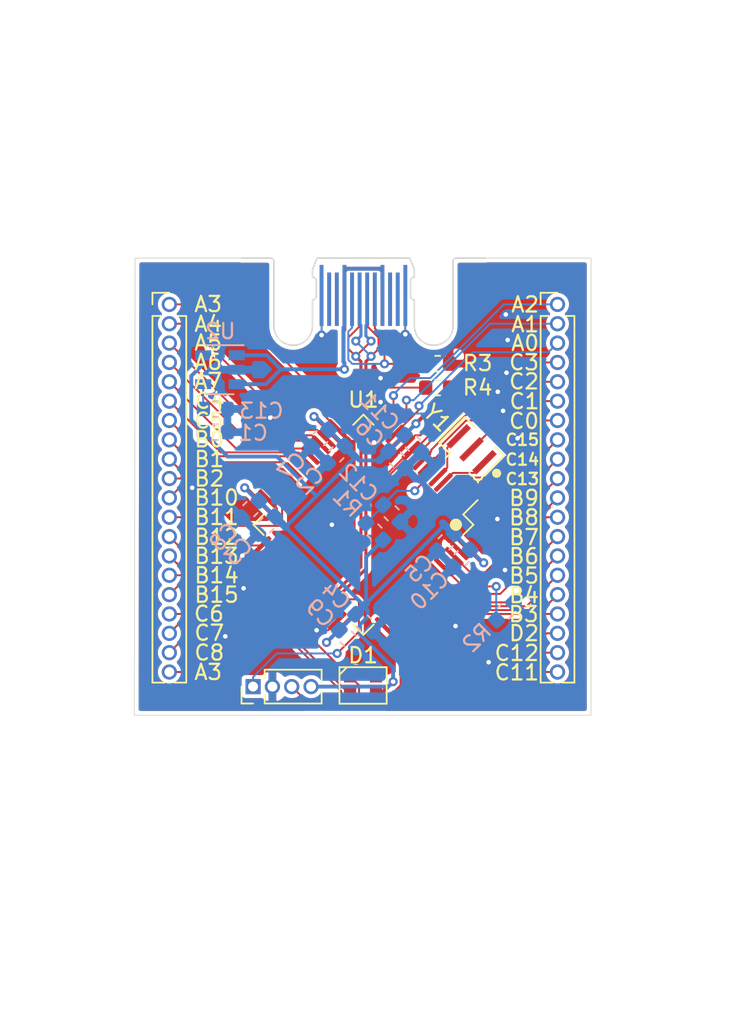
<source format=kicad_pcb>
(kicad_pcb (version 20171130) (host pcbnew 5.1.4-e60b266~84~ubuntu18.04.1)
  (layers (0 F.Cu signal) (31 B.Cu signal) (34 B.Paste user) (35 F.Paste user) (36 B.SilkS user) (37 F.SilkS user) (38 B.Mask user) (39 F.Mask user) (44 Edge.Cuts user))
  (net 0 "")
  (net 1 +3V3)
  (net 2 "Net-(R2-Pad1)")
  (net 3 "Net-(C12-Pad1)")
  (net 4 "Net-(U1-Pad6)")
  (net 5 "Net-(U1-Pad5)")
  (net 6 "Net-(U1-Pad1)")
  (net 7 GND)
  (net 8 "Net-(C13-Pad1)")
  (net 9 USB_VBUS)
  (net 10 "Net-(X1-PadB11)")
  (net 11 "Net-(X1-PadB10)")
  (net 12 "Net-(X1-PadB8)")
  (net 13 USB_D-)
  (net 14 USB_D+)
  (net 15 "Net-(X1-PadB3)")
  (net 16 "Net-(X1-PadB2)")
  (net 17 "Net-(X1-PadA2)")
  (net 18 "Net-(X1-PadA3)")
  (net 19 "Net-(X1-PadA8)")
  (net 20 "Net-(X1-PadA10)")
  (net 21 "Net-(X1-PadA11)")
  (net 22 VCC1)
  (net 23 VCC2)
  (net 24 VCC3)
  (net 25 VCC4)
  (net 26 VDDA)
  (net 27 USB_CC)
  (net 28 /PA9)
  (net 29 /PA10)
  (net 30 /PA8)
  (net 31 SWCLK)
  (net 32 SWDIO)
  (net 33 /PB9)
  (net 34 /PB8)
  (net 35 /PB7)
  (net 36 /PB6)
  (net 37 /PB5)
  (net 38 /PB4)
  (net 39 /PB3)
  (net 40 /PC12)
  (net 41 /PC11)
  (net 42 /PC10)
  (net 43 /PC9)
  (net 44 /PC8)
  (net 45 /PC7)
  (net 46 /PC6)
  (net 47 /PB15)
  (net 48 /PB14)
  (net 49 /PB13)
  (net 50 /PB12)
  (net 51 /PB11)
  (net 52 /PB10)
  (net 53 /PB2)
  (net 54 /PB1)
  (net 55 /PB0)
  (net 56 /PC5)
  (net 57 /PC4)
  (net 58 /PA7)
  (net 59 /PA6)
  (net 60 /PA5)
  (net 61 /PA4)
  (net 62 /PA3)
  (net 63 /PA2)
  (net 64 /PA1)
  (net 65 /PA0)
  (net 66 /PC3)
  (net 67 /PC2)
  (net 68 /PC1)
  (net 69 /PC0)
  (net 70 /PC15)
  (net 71 /PC14)
  (net 72 /PC13)
  (net 73 /PD2)
  (net 74 /PA15)
  (module Connector_PinHeader_1.27mm:PinHeader_1x20_P1.27mm_Vertical (layer F.Cu) (at 140.55 77.7875)
    (fp_text reference J3 hide)
    (fp_text value Conn_01x20_Male)
    (pad 20 thru_hole oval (at 0 24.13) (size 1 1) (drill 0.65) (layers *.Cu *.Mask) (net 41 /PC11))
    (pad 19 thru_hole oval (at 0 22.86) (size 1 1) (drill 0.65) (layers *.Cu *.Mask) (net 40 /PC12))
    (pad 18 thru_hole oval (at 0 21.59) (size 1 1) (drill 0.65) (layers *.Cu *.Mask) (net 73 /PD2))
    (pad 17 thru_hole oval (at 0 20.32) (size 1 1) (drill 0.65) (layers *.Cu *.Mask) (net 39 /PB3))
    (pad 16 thru_hole oval (at 0 19.05) (size 1 1) (drill 0.65) (layers *.Cu *.Mask) (net 38 /PB4))
    (pad 15 thru_hole oval (at 0 17.78) (size 1 1) (drill 0.65) (layers *.Cu *.Mask) (net 37 /PB5))
    (pad 14 thru_hole oval (at 0 16.51) (size 1 1) (drill 0.65) (layers *.Cu *.Mask) (net 36 /PB6))
    (pad 13 thru_hole oval (at 0 15.24) (size 1 1) (drill 0.65) (layers *.Cu *.Mask) (net 35 /PB7))
    (pad 12 thru_hole oval (at 0 13.97) (size 1 1) (drill 0.65) (layers *.Cu *.Mask) (net 34 /PB8))
    (pad 11 thru_hole oval (at 0 12.7) (size 1 1) (drill 0.65) (layers *.Cu *.Mask) (net 33 /PB9))
    (pad 10 thru_hole oval (at 0 11.43) (size 1 1) (drill 0.65) (layers *.Cu *.Mask) (net 72 /PC13))
    (pad 9 thru_hole oval (at 0 10.16) (size 1 1) (drill 0.65) (layers *.Cu *.Mask) (net 71 /PC14))
    (pad 8 thru_hole oval (at 0 8.89) (size 1 1) (drill 0.65) (layers *.Cu *.Mask) (net 70 /PC15))
    (pad 7 thru_hole oval (at 0 7.62) (size 1 1) (drill 0.65) (layers *.Cu *.Mask) (net 69 /PC0))
    (pad 6 thru_hole oval (at 0 6.35) (size 1 1) (drill 0.65) (layers *.Cu *.Mask) (net 68 /PC1))
    (pad 5 thru_hole oval (at 0 5.08) (size 1 1) (drill 0.65) (layers *.Cu *.Mask) (net 67 /PC2))
    (pad 4 thru_hole oval (at 0 3.81) (size 1 1) (drill 0.65) (layers *.Cu *.Mask) (net 66 /PC3))
    (pad 3 thru_hole oval (at 0 2.54) (size 1 1) (drill 0.65) (layers *.Cu *.Mask) (net 65 /PA0))
    (pad 2 thru_hole oval (at 0 1.27) (size 1 1) (drill 0.65) (layers *.Cu *.Mask) (net 64 /PA1))
    (pad 1 thru_hole circle (at 0 0) (size 1 1) (drill 0.65) (layers *.Cu *.Mask) (net 63 /PA2))
  )
  (module Connector_PinHeader_1.27mm:PinHeader_1x20_P1.27mm_Vertical (layer F.Cu) (at 115.05 77.7875)
    (fp_text reference J2 hide)
    (fp_text value Conn_01x20_Male)
    (pad 20 thru_hole oval (at 0 24.13) (size 1 1) (drill 0.65) (layers *.Cu *.Mask) (net 43 /PC9))
    (pad 19 thru_hole oval (at 0 22.86) (size 1 1) (drill 0.65) (layers *.Cu *.Mask) (net 44 /PC8))
    (pad 18 thru_hole oval (at 0 21.59) (size 1 1) (drill 0.65) (layers *.Cu *.Mask) (net 45 /PC7))
    (pad 17 thru_hole oval (at 0 20.32) (size 1 1) (drill 0.65) (layers *.Cu *.Mask) (net 46 /PC6))
    (pad 16 thru_hole oval (at 0 19.05) (size 1 1) (drill 0.65) (layers *.Cu *.Mask) (net 47 /PB15))
    (pad 15 thru_hole oval (at 0 17.78) (size 1 1) (drill 0.65) (layers *.Cu *.Mask) (net 48 /PB14))
    (pad 14 thru_hole oval (at 0 16.51) (size 1 1) (drill 0.65) (layers *.Cu *.Mask) (net 49 /PB13))
    (pad 13 thru_hole oval (at 0 15.24) (size 1 1) (drill 0.65) (layers *.Cu *.Mask) (net 50 /PB12))
    (pad 12 thru_hole oval (at 0 13.97) (size 1 1) (drill 0.65) (layers *.Cu *.Mask) (net 51 /PB11))
    (pad 11 thru_hole oval (at 0 12.7) (size 1 1) (drill 0.65) (layers *.Cu *.Mask) (net 52 /PB10))
    (pad 10 thru_hole oval (at 0 11.43) (size 1 1) (drill 0.65) (layers *.Cu *.Mask) (net 53 /PB2))
    (pad 9 thru_hole oval (at 0 10.16) (size 1 1) (drill 0.65) (layers *.Cu *.Mask) (net 54 /PB1))
    (pad 8 thru_hole oval (at 0 8.89) (size 1 1) (drill 0.65) (layers *.Cu *.Mask) (net 55 /PB0))
    (pad 7 thru_hole oval (at 0 7.62) (size 1 1) (drill 0.65) (layers *.Cu *.Mask) (net 56 /PC5))
    (pad 6 thru_hole oval (at 0 6.35) (size 1 1) (drill 0.65) (layers *.Cu *.Mask) (net 57 /PC4))
    (pad 5 thru_hole oval (at 0 5.08) (size 1 1) (drill 0.65) (layers *.Cu *.Mask) (net 58 /PA7))
    (pad 4 thru_hole oval (at 0 3.81) (size 1 1) (drill 0.65) (layers *.Cu *.Mask) (net 59 /PA6))
    (pad 3 thru_hole oval (at 0 2.54) (size 1 1) (drill 0.65) (layers *.Cu *.Mask) (net 60 /PA5))
    (pad 2 thru_hole oval (at 0 1.27) (size 1 1) (drill 0.65) (layers *.Cu *.Mask) (net 61 /PA4))
    (pad 1 thru_hole circle (at 0 0) (size 1 1) (drill 0.65) (layers *.Cu *.Mask) (net 62 /PA3))
  )
  (module Connector_PinHeader_1.27mm:PinHeader_1x04_P1.27mm_Vertical (layer F.Cu) (at 120.55 102.875 90)
    (fp_text reference J1 hide)
    (fp_text value Conn_01x04_Male)
    (pad 4 thru_hole oval (at 0 3.81 90) (size 1 1) (drill 0.65) (layers *.Cu *.Mask) (net 1 +3V3))
    (pad 3 thru_hole oval (at 0 2.54 90) (size 1 1) (drill 0.65) (layers *.Cu *.Mask) (net 31 SWCLK))
    (pad 2 thru_hole oval (at 0 1.27 90) (size 1 1) (drill 0.65) (layers *.Cu *.Mask) (net 7 GND))
    (pad 1 thru_hole rect (at 0 0 90) (size 1 1) (drill 0.65) (layers *.Cu *.Mask) (net 32 SWDIO))
  )
  (module fm-b2020rgba-hg:FM-B2020RGBA-HG (layer F.Cu) (at 127.775 102.8 180)
    (fp_text reference D1 (at 0 1.975) (layer F.SilkS))
    (fp_text value FM-B2020RGBA-HG hide)
    (pad 4 smd rect (at 0.85 -0.55 180) (size 0.8 0.7) (layers F.Cu F.Paste F.Mask) (net 28 /PA9))
    (pad 3 smd rect (at -0.85 -0.55 180) (size 0.8 0.7) (layers F.Cu F.Paste F.Mask) (net 1 +3V3))
    (pad 2 smd rect (at -0.85 0.55 180) (size 0.8 0.7) (layers F.Cu F.Paste F.Mask) (net 29 /PA10))
    (pad 1 smd rect (at 0.85 0.55 180) (size 0.8 0.7) (layers F.Cu F.Paste F.Mask) (net 30 /PA8))
  )
  (module PCB-USB-C:PCB-USB-C (layer F.Cu) (at 127.8 74.75)
    (fp_text reference X1 hide)
    (fp_text value PCB-USB-C hide)
    (fp_arc (start 4.615 4.45) (end 5.885 4.45) (angle 180) (layer Edge.Cuts) (width 0.1))
    (fp_arc (start -4.615 4.45) (end -3.345 4.45) (angle 180) (layer Edge.Cuts) (width 0.1))
    (fp_line (start 5.885 0.2) (end 5.885 4.45) (layer Edge.Cuts) (width 0.1))
    (fp_arc (start 6.085 0.2) (end 5.885 0.2) (angle 90) (layer Edge.Cuts) (width 0.1))
    (fp_line (start 8 0) (end 6.085 0) (layer Edge.Cuts) (width 0.1))
    (fp_line (start -5.885 0.2) (end -5.885 4.45) (layer Edge.Cuts) (width 0.1))
    (fp_arc (start -6.085 0.2) (end -5.885 0.2) (angle -90) (layer Edge.Cuts) (width 0.1))
    (fp_line (start -8 0) (end -6.085 0) (layer Edge.Cuts) (width 0.1))
    (fp_line (start -3.345 2.75) (end -3.345 4.45) (layer Edge.Cuts) (width 0.1))
    (fp_line (start 3.345 2.75) (end 3.345 4.45) (layer Edge.Cuts) (width 0.1))
    (fp_line (start 3.045 0) (end 3.345 0.75) (layer Edge.Cuts) (width 0.1))
    (fp_arc (start 3.345 1.5) (end 3.345 1.25) (angle -90) (layer Edge.Cuts) (width 0.1))
    (fp_arc (start 3.345 2.5) (end 3.345 2.75) (angle 90) (layer Edge.Cuts) (width 0.1))
    (fp_line (start 3.095 1.5) (end 3.095 2.5) (layer Edge.Cuts) (width 0.1))
    (fp_arc (start -3.345 1.5) (end -3.345 1.25) (angle 90) (layer Edge.Cuts) (width 0.1))
    (fp_arc (start -3.345 2.5) (end -3.345 2.75) (angle -90) (layer Edge.Cuts) (width 0.1))
    (fp_line (start -3.095 1.5) (end -3.095 2.5) (layer Edge.Cuts) (width 0.1))
    (fp_line (start -3.045 0) (end -3.345 0.75) (layer Edge.Cuts) (width 0.1))
    (fp_line (start 3.345 0.75) (end 3.345 1.25) (layer Edge.Cuts) (width 0.1))
    (fp_line (start -3.345 0.75) (end -3.345 1.25) (layer Edge.Cuts) (width 0.1))
    (fp_line (start -3.045 0) (end 3.045 0) (layer Edge.Cuts) (width 0.1))
    (pad B11 smd rect (at 2.25 2.7 90) (size 3.5 0.25) (layers B.Cu B.Mask) (net 10 "Net-(X1-PadB11)"))
    (pad B10 smd rect (at 1.75 2.7 90) (size 3.5 0.25) (layers B.Cu B.Mask) (net 11 "Net-(X1-PadB10)"))
    (pad B8 smd rect (at 0.75 2.7 90) (size 3.5 0.25) (layers B.Cu B.Mask) (net 12 "Net-(X1-PadB8)"))
    (pad B7 smd rect (at 0.25 2.7 90) (size 3.5 0.25) (layers B.Cu B.Mask) (net 13 USB_D-))
    (pad B6 smd rect (at -0.25 2.7 90) (size 3.5 0.25) (layers B.Cu B.Mask) (net 14 USB_D+))
    (pad B5 smd rect (at -0.75 2.7 90) (size 3.5 0.25) (layers B.Cu B.Mask) (net 27 USB_CC))
    (pad B3 smd rect (at -1.75 2.7 90) (size 3.5 0.25) (layers B.Cu B.Mask) (net 15 "Net-(X1-PadB3)"))
    (pad B2 smd rect (at -2.25 2.7 90) (size 3.5 0.25) (layers B.Cu B.Mask) (net 16 "Net-(X1-PadB2)"))
    (pad B12 smd rect (at 2.75 2.45 90) (size 4 0.25) (layers B.Cu B.Mask) (net 7 GND))
    (pad B9 smd rect (at 1.25 2.45 90) (size 4 0.25) (layers B.Cu B.Mask) (net 9 USB_VBUS))
    (pad B4 smd rect (at -1.25 2.45 90) (size 4 0.25) (layers B.Cu B.Mask) (net 9 USB_VBUS))
    (pad B1 smd rect (at -2.75 2.45 90) (size 4 0.25) (layers B.Cu B.Mask) (net 7 GND))
    (pad A1 smd rect (at 2.75 2.45 90) (size 4 0.25) (layers F.Cu F.Mask) (net 7 GND))
    (pad A4 smd rect (at 1.25 2.45 90) (size 4 0.25) (layers F.Cu F.Mask) (net 9 USB_VBUS))
    (pad A9 smd rect (at -1.25 2.45 90) (size 4 0.25) (layers F.Cu F.Mask) (net 9 USB_VBUS))
    (pad A12 smd rect (at -2.75 2.45 90) (size 4 0.25) (layers F.Cu F.Mask) (net 7 GND))
    (pad A2 smd rect (at 2.25 2.7 90) (size 3.5 0.25) (layers F.Cu F.Mask) (net 17 "Net-(X1-PadA2)"))
    (pad A3 smd rect (at 1.75 2.7 90) (size 3.5 0.25) (layers F.Cu F.Mask) (net 18 "Net-(X1-PadA3)"))
    (pad A5 smd rect (at 0.75 2.7 90) (size 3.5 0.25) (layers F.Cu F.Mask) (net 27 USB_CC))
    (pad A6 smd rect (at 0.25 2.7 90) (size 3.5 0.25) (layers F.Cu F.Mask) (net 14 USB_D+))
    (pad A7 smd rect (at -0.25 2.7 90) (size 3.5 0.25) (layers F.Cu F.Mask) (net 13 USB_D-))
    (pad A8 smd rect (at -0.75 2.7 90) (size 3.5 0.25) (layers F.Cu F.Mask) (net 19 "Net-(X1-PadA8)"))
    (pad A10 smd rect (at -1.75 2.7 90) (size 3.5 0.25) (layers F.Cu F.Mask) (net 20 "Net-(X1-PadA10)"))
    (pad A11 smd rect (at -2.25 2.7 90) (size 3.5 0.25) (layers F.Cu F.Mask) (net 21 "Net-(X1-PadA11)"))
  )
  (module NetTie:NetTie-2_SMD_Pad0.5mm (layer B.Cu) (at 127.625 97.775 225)
    (fp_text reference NT5 hide)
    (fp_text value Net-Tie_2 hide)
    (fp_poly (pts (xy -0.5 0.25) (xy 0.5 0.25) (xy 0.5 -0.25) (xy -0.5 -0.25)) (layer B.Cu) (width 0))
    (pad 2 smd circle (at 0.5 0 225) (size 0.5 0.5) (layers B.Cu) (net 24 VCC3))
    (pad 1 smd circle (at -0.5 0 225) (size 0.5 0.5) (layers B.Cu) (net 1 +3V3))
  )
  (module NetTie:NetTie-2_SMD_Pad0.5mm (layer B.Cu) (at 122.35 92.075 135)
    (fp_text reference NT4 hide)
    (fp_text value Net-Tie_2 hide)
    (fp_poly (pts (xy -0.5 0.25) (xy 0.5 0.25) (xy 0.5 -0.25) (xy -0.5 -0.25)) (layer B.Cu) (width 0))
    (pad 2 smd circle (at 0.5 0 135) (size 0.5 0.5) (layers B.Cu) (net 23 VCC2))
    (pad 1 smd circle (at -0.5 0 135) (size 0.5 0.5) (layers B.Cu) (net 1 +3V3))
  )
  (module NetTie:NetTie-2_SMD_Pad0.5mm (layer B.Cu) (at 126.925 87.45 135)
    (fp_text reference NT3 hide)
    (fp_text value Net-Tie_2 hide)
    (fp_poly (pts (xy -0.5 0.25) (xy 0.5 0.25) (xy 0.5 -0.25) (xy -0.5 -0.25)) (layer B.Cu) (width 0))
    (pad 2 smd circle (at 0.5 0 135) (size 0.5 0.5) (layers B.Cu) (net 22 VCC1))
    (pad 1 smd circle (at -0.5 0 135) (size 0.5 0.5) (layers B.Cu) (net 1 +3V3))
  )
  (module NetTie:NetTie-2_SMD_Pad0.5mm (layer B.Cu) (at 129.2 87.675 45)
    (fp_text reference NT2 hide)
    (fp_text value Net-Tie_2 hide)
    (fp_poly (pts (xy -0.5 0.25) (xy 0.5 0.25) (xy 0.5 -0.25) (xy -0.5 -0.25)) (layer B.Cu) (width 0))
    (pad 2 smd circle (at 0.5 0 45) (size 0.5 0.5) (layers B.Cu) (net 26 VDDA))
    (pad 1 smd circle (at -0.5 0 45) (size 0.5 0.5) (layers B.Cu) (net 1 +3V3))
  )
  (module NetTie:NetTie-2_SMD_Pad0.5mm (layer B.Cu) (at 133.375 92.5 315)
    (fp_text reference NT1 hide)
    (fp_text value Net-Tie_2 hide)
    (fp_poly (pts (xy -0.5 0.25) (xy 0.5 0.25) (xy 0.5 -0.25) (xy -0.5 -0.25)) (layer B.Cu) (width 0))
    (pad 2 smd circle (at 0.5 0 315) (size 0.5 0.5) (layers B.Cu) (net 25 VCC4))
    (pad 1 smd circle (at -0.5 0 315) (size 0.5 0.5) (layers B.Cu) (net 1 +3V3))
  )
  (module Resistor_SMD:R_0603_1608Metric (layer F.Cu) (at 132.675 81.675)
    (fp_text reference R3 (at 2.625 -0.025) (layer F.SilkS))
    (fp_text value 5.1K)
    (pad 2 smd roundrect (at 0.7875 0) (size 0.875 0.95) (layers F.Cu F.Paste F.Mask) (net 7 GND))
    (pad 1 smd roundrect (at -0.7875 0) (size 0.875 0.95) (layers F.Cu F.Paste F.Mask) (net 27 USB_CC))
  )
  (module Package_TO_SOT_SMD:SOT-23-5 (layer B.Cu) (at 118.375 82.075 180)
    (fp_text reference U2 (at -0.025 2.525) (layer B.SilkS) (effects (justify mirror)))
    (fp_text value MIC5219-3.3YM5)
    (pad 5 smd rect (at 1.1 0.95 180) (size 1.06 0.65) (layers B.Cu B.Paste B.Mask) (net 1 +3V3))
    (pad 4 smd rect (at 1.1 -0.95 180) (size 1.06 0.65) (layers B.Cu B.Paste B.Mask) (net 8 "Net-(C13-Pad1)"))
    (pad 3 smd rect (at -1.1 -0.95 180) (size 1.06 0.65) (layers B.Cu B.Paste B.Mask) (net 9 USB_VBUS))
    (pad 2 smd rect (at -1.1 0 180) (size 1.06 0.65) (layers B.Cu B.Paste B.Mask) (net 7 GND))
    (pad 1 smd rect (at -1.1 0.95 180) (size 1.06 0.65) (layers B.Cu B.Paste B.Mask) (net 9 USB_VBUS))
  )
  (module Resistor_SMD:R_0603_1608Metric (layer F.Cu) (at 132.675 83.25)
    (fp_text reference R4 (at 2.625 0 180) (layer F.SilkS))
    (fp_text value 1.5K)
    (pad 2 smd roundrect (at 0.7875 0) (size 0.875 0.95) (layers F.Cu F.Paste F.Mask) (net 26 VDDA))
    (pad 1 smd roundrect (at -0.7875 0) (size 0.875 0.95) (layers F.Cu F.Paste F.Mask) (net 14 USB_D+))
  )
  (module Resistor_SMD:R_0603_1608Metric (layer B.Cu) (at 137.1 97.95 45)
    (fp_text reference R2 (at -2.527907 -0.088388 225) (layer B.SilkS) (effects (justify mirror)))
    (fp_text value 10K)
    (pad 2 smd roundrect (at 0.7875 0 45) (size 0.875 0.95) (layers B.Cu B.Paste B.Mask) (net 7 GND))
    (pad 1 smd roundrect (at -0.7875 0 45) (size 0.875 0.95) (layers B.Cu B.Paste B.Mask) (net 2 "Net-(R2-Pad1)"))
  )
  (module Resistor_SMD:R_0603_1608Metric (layer B.Cu) (at 128.525 92.7 315)
    (fp_text reference R1 (at -2.600001 -0.075 135) (layer B.SilkS) (effects (justify mirror)))
    (fp_text value 10K)
    (pad 2 smd roundrect (at 0.7875 0 315) (size 0.875 0.95) (layers B.Cu B.Paste B.Mask) (net 1 +3V3))
    (pad 1 smd roundrect (at -0.7875 0 315) (size 0.875 0.95) (layers B.Cu B.Paste B.Mask) (net 3 "Net-(C12-Pad1)"))
  )
  (module Capacitor_SMD:C_0603_1608Metric (layer B.Cu) (at 118.075 84.65)
    (fp_text reference C13 (at 3.025 0.125 180) (layer B.SilkS) (effects (justify mirror)))
    (fp_text value 470pF)
    (pad 2 smd roundrect (at 0.7875 0) (size 0.875 0.95) (layers B.Cu B.Paste B.Mask) (net 7 GND))
    (pad 1 smd roundrect (at -0.7875 0) (size 0.875 0.95) (layers B.Cu B.Paste B.Mask) (net 8 "Net-(C13-Pad1)"))
  )
  (module Capacitor_SMD:C_0603_1608Metric (layer B.Cu) (at 129.65 91.5 315)
    (fp_text reference C12 (at -2.952171 0.123744 315) (layer B.SilkS) (effects (justify mirror)))
    (fp_text value 100nF)
    (pad 2 smd roundrect (at 0.7875 0 315) (size 0.875 0.95) (layers B.Cu B.Paste B.Mask) (net 7 GND))
    (pad 1 smd roundrect (at -0.7875 0 315) (size 0.875 0.95) (layers B.Cu B.Paste B.Mask) (net 3 "Net-(C12-Pad1)"))
  )
  (module Capacitor_SMD:C_0603_1608Metric (layer B.Cu) (at 131.05 86.925 315)
    (fp_text reference C11 (at -3.022881 0.053033 315) (layer B.SilkS) (effects (justify mirror)))
    (fp_text value 100nF)
    (pad 2 smd roundrect (at 0.7875 0 315) (size 0.875 0.95) (layers B.Cu B.Paste B.Mask) (net 7 GND))
    (pad 1 smd roundrect (at -0.7875 0 315) (size 0.875 0.95) (layers B.Cu B.Paste B.Mask) (net 26 VDDA))
  )
  (module Capacitor_SMD:C_0603_1608Metric (layer B.Cu) (at 134.25 94.45 225)
    (fp_text reference C10 (at 2.987526 -0.017678 225) (layer B.SilkS) (effects (justify mirror)))
    (fp_text value 100nF)
    (pad 2 smd roundrect (at 0.7875 0 225) (size 0.875 0.95) (layers B.Cu B.Paste B.Mask) (net 7 GND))
    (pad 1 smd roundrect (at -0.7875 0 225) (size 0.875 0.95) (layers B.Cu B.Paste B.Mask) (net 25 VCC4))
  )
  (module Capacitor_SMD:C_0603_1608Metric (layer B.Cu) (at 126.775 99.725 315)
    (fp_text reference C9 (at -2.474874 0.106066 315) (layer B.SilkS) (effects (justify mirror)))
    (fp_text value 100nF)
    (pad 2 smd roundrect (at 0.7875 0 315) (size 0.875 0.95) (layers B.Cu B.Paste B.Mask) (net 7 GND))
    (pad 1 smd roundrect (at -0.7875 0 315) (size 0.875 0.95) (layers B.Cu B.Paste B.Mask) (net 24 VCC3))
  )
  (module Capacitor_SMD:C_0603_1608Metric (layer B.Cu) (at 120.375 91.225 225)
    (fp_text reference C8 (at 2.527907 -0.053033 225) (layer B.SilkS) (effects (justify mirror)))
    (fp_text value 100nF)
    (pad 2 smd roundrect (at 0.7875 0 225) (size 0.875 0.95) (layers B.Cu B.Paste B.Mask) (net 7 GND))
    (pad 1 smd roundrect (at -0.7875 0 225) (size 0.875 0.95) (layers B.Cu B.Paste B.Mask) (net 23 VCC2))
  )
  (module Capacitor_SMD:C_0603_1608Metric (layer B.Cu) (at 124.956847 86.568153 225)
    (fp_text reference C7 (at 2.616295 0 225) (layer B.SilkS) (effects (justify mirror)))
    (fp_text value 100nF)
    (pad 2 smd roundrect (at 0.7875 0 225) (size 0.875 0.95) (layers B.Cu B.Paste B.Mask) (net 7 GND))
    (pad 1 smd roundrect (at -0.7875 0 225) (size 0.875 0.95) (layers B.Cu B.Paste B.Mask) (net 22 VCC1))
  )
  (module Capacitor_SMD:C_0603_1608Metric (layer B.Cu) (at 130 87.975 315)
    (fp_text reference C6 (at -2.492551 0.053033 315) (layer B.SilkS) (effects (justify mirror)))
    (fp_text value 1uF)
    (pad 2 smd roundrect (at 0.7875 0 315) (size 0.875 0.95) (layers B.Cu B.Paste B.Mask) (net 7 GND))
    (pad 1 smd roundrect (at -0.7875 0 315) (size 0.875 0.95) (layers B.Cu B.Paste B.Mask) (net 26 VDDA))
  )
  (module Capacitor_SMD:C_0603_1608Metric (layer B.Cu) (at 133.2 93.4 225)
    (fp_text reference C5 (at 2.439518 0 225) (layer B.SilkS) (effects (justify mirror)))
    (fp_text value 10uF)
    (pad 2 smd roundrect (at 0.7875 0 225) (size 0.875 0.95) (layers B.Cu B.Paste B.Mask) (net 7 GND))
    (pad 1 smd roundrect (at -0.7875 0 225) (size 0.875 0.95) (layers B.Cu B.Paste B.Mask) (net 25 VCC4))
  )
  (module Capacitor_SMD:C_0603_1608Metric (layer B.Cu) (at 127.831847 98.681847 315)
    (fp_text reference C4 (at -2.563262 0.053033 315) (layer B.SilkS) (effects (justify mirror)))
    (fp_text value 10uF)
    (pad 2 smd roundrect (at 0.7875 0 315) (size 0.875 0.95) (layers B.Cu B.Paste B.Mask) (net 7 GND))
    (pad 1 smd roundrect (at -0.7875 0 315) (size 0.875 0.95) (layers B.Cu B.Paste B.Mask) (net 24 VCC3))
  )
  (module Capacitor_SMD:C_0603_1608Metric (layer B.Cu) (at 121.425 92.275 225)
    (fp_text reference C3 (at 2.510229 0.070711 225) (layer B.SilkS) (effects (justify mirror)))
    (fp_text value 10uF)
    (pad 2 smd roundrect (at 0.7875 0 225) (size 0.875 0.95) (layers B.Cu B.Paste B.Mask) (net 7 GND))
    (pad 1 smd roundrect (at -0.7875 0 225) (size 0.875 0.95) (layers B.Cu B.Paste B.Mask) (net 23 VCC2))
  )
  (module Capacitor_SMD:C_0603_1608Metric (layer B.Cu) (at 126.018153 87.631847 225)
    (fp_text reference C2 (at 2.439518 0 45) (layer B.SilkS) (effects (justify mirror)))
    (fp_text value 10uF)
    (pad 2 smd roundrect (at 0.7875 0 225) (size 0.875 0.95) (layers B.Cu B.Paste B.Mask) (net 7 GND))
    (pad 1 smd roundrect (at -0.7875 0 225) (size 0.875 0.95) (layers B.Cu B.Paste B.Mask) (net 22 VCC1))
  )
  (module Capacitor_SMD:C_0603_1608Metric (layer B.Cu) (at 118.075 86.175)
    (fp_text reference C1 (at 2.475 0.05) (layer B.SilkS) (effects (justify mirror)))
    (fp_text value 10uF)
    (pad 2 smd roundrect (at 0.7875 0) (size 0.875 0.95) (layers B.Cu B.Paste B.Mask) (net 7 GND))
    (pad 1 smd roundrect (at -0.7875 0) (size 0.875 0.95) (layers B.Cu B.Paste B.Mask) (net 1 +3V3))
  )
  (module Crystal:Resonator_SMD_muRata_CSTxExxV-3Pin_3.0x1.1mm (layer F.Cu) (at 134.9 87.3 315)
    (fp_text reference Y1 (at -3.040559 0.141421 135) (layer F.SilkS))
    (fp_text value Crystal_GND2_Small)
    (pad 3 smd rect (at 1.2 0 315) (size 0.4 1.9) (layers F.Cu F.Paste F.Mask) (net 5 "Net-(U1-Pad5)"))
    (pad 2 smd rect (at 0 0 315) (size 0.4 1.9) (layers F.Cu F.Paste F.Mask) (net 7 GND))
    (pad 1 smd rect (at -1.2 0 315) (size 0.4 1.9) (layers F.Cu F.Paste F.Mask) (net 4 "Net-(U1-Pad6)"))
  )
  (module Package_QFP:LQFP-64_10x10mm_P0.5mm (layer F.Cu) (at 127.8 92.25 225)
    (fp_text reference U1 (at -5.798276 5.798276) (layer F.SilkS))
    (fp_text value STM32F103RETx)
    (pad 64 smd roundrect (at -3.75 -5.675 225) (size 0.3 1.55) (layers F.Cu F.Paste F.Mask) (net 25 VCC4))
    (pad 63 smd roundrect (at -3.25 -5.675 225) (size 0.3 1.55) (layers F.Cu F.Paste F.Mask) (net 7 GND))
    (pad 62 smd roundrect (at -2.75 -5.675 225) (size 0.3 1.55) (layers F.Cu F.Paste F.Mask) (net 33 /PB9))
    (pad 61 smd roundrect (at -2.25 -5.675 225) (size 0.3 1.55) (layers F.Cu F.Paste F.Mask) (net 34 /PB8))
    (pad 60 smd roundrect (at -1.75 -5.675 225) (size 0.3 1.55) (layers F.Cu F.Paste F.Mask) (net 2 "Net-(R2-Pad1)"))
    (pad 59 smd roundrect (at -1.25 -5.675 225) (size 0.3 1.55) (layers F.Cu F.Paste F.Mask) (net 35 /PB7))
    (pad 58 smd roundrect (at -0.75 -5.675 225) (size 0.3 1.55) (layers F.Cu F.Paste F.Mask) (net 36 /PB6))
    (pad 57 smd roundrect (at -0.25 -5.675 225) (size 0.3 1.55) (layers F.Cu F.Paste F.Mask) (net 37 /PB5))
    (pad 56 smd roundrect (at 0.25 -5.675 225) (size 0.3 1.55) (layers F.Cu F.Paste F.Mask) (net 38 /PB4))
    (pad 55 smd roundrect (at 0.75 -5.675 225) (size 0.3 1.55) (layers F.Cu F.Paste F.Mask) (net 39 /PB3))
    (pad 54 smd roundrect (at 1.25 -5.675 225) (size 0.3 1.55) (layers F.Cu F.Paste F.Mask) (net 73 /PD2))
    (pad 53 smd roundrect (at 1.75 -5.675 225) (size 0.3 1.55) (layers F.Cu F.Paste F.Mask) (net 40 /PC12))
    (pad 52 smd roundrect (at 2.25 -5.675 225) (size 0.3 1.55) (layers F.Cu F.Paste F.Mask) (net 41 /PC11))
    (pad 51 smd roundrect (at 2.75 -5.675 225) (size 0.3 1.55) (layers F.Cu F.Paste F.Mask) (net 42 /PC10))
    (pad 50 smd roundrect (at 3.25 -5.675 225) (size 0.3 1.55) (layers F.Cu F.Paste F.Mask) (net 74 /PA15))
    (pad 49 smd roundrect (at 3.75 -5.675 225) (size 0.3 1.55) (layers F.Cu F.Paste F.Mask) (net 31 SWCLK))
    (pad 48 smd roundrect (at 5.675 -3.75 225) (size 1.55 0.3) (layers F.Cu F.Paste F.Mask) (net 24 VCC3))
    (pad 47 smd roundrect (at 5.675 -3.25 225) (size 1.55 0.3) (layers F.Cu F.Paste F.Mask) (net 7 GND))
    (pad 46 smd roundrect (at 5.675 -2.75 225) (size 1.55 0.3) (layers F.Cu F.Paste F.Mask) (net 32 SWDIO))
    (pad 45 smd roundrect (at 5.675 -2.25 225) (size 1.55 0.3) (layers F.Cu F.Paste F.Mask) (net 14 USB_D+))
    (pad 44 smd roundrect (at 5.675 -1.75 225) (size 1.55 0.3) (layers F.Cu F.Paste F.Mask) (net 13 USB_D-))
    (pad 43 smd roundrect (at 5.675 -1.25 225) (size 1.55 0.3) (layers F.Cu F.Paste F.Mask) (net 29 /PA10))
    (pad 42 smd roundrect (at 5.675 -0.75 225) (size 1.55 0.3) (layers F.Cu F.Paste F.Mask) (net 28 /PA9))
    (pad 41 smd roundrect (at 5.675 -0.25 225) (size 1.55 0.3) (layers F.Cu F.Paste F.Mask) (net 30 /PA8))
    (pad 40 smd roundrect (at 5.675 0.25 225) (size 1.55 0.3) (layers F.Cu F.Paste F.Mask) (net 43 /PC9))
    (pad 39 smd roundrect (at 5.675 0.75 225) (size 1.55 0.3) (layers F.Cu F.Paste F.Mask) (net 44 /PC8))
    (pad 38 smd roundrect (at 5.675 1.25 225) (size 1.55 0.3) (layers F.Cu F.Paste F.Mask) (net 45 /PC7))
    (pad 37 smd roundrect (at 5.675 1.75 225) (size 1.55 0.3) (layers F.Cu F.Paste F.Mask) (net 46 /PC6))
    (pad 36 smd roundrect (at 5.675 2.25 225) (size 1.55 0.3) (layers F.Cu F.Paste F.Mask) (net 47 /PB15))
    (pad 35 smd roundrect (at 5.675 2.75 225) (size 1.55 0.3) (layers F.Cu F.Paste F.Mask) (net 48 /PB14))
    (pad 34 smd roundrect (at 5.675 3.25 225) (size 1.55 0.3) (layers F.Cu F.Paste F.Mask) (net 49 /PB13))
    (pad 33 smd roundrect (at 5.675 3.75 225) (size 1.55 0.3) (layers F.Cu F.Paste F.Mask) (net 50 /PB12))
    (pad 32 smd roundrect (at 3.75 5.675 225) (size 0.3 1.55) (layers F.Cu F.Paste F.Mask) (net 23 VCC2))
    (pad 31 smd roundrect (at 3.25 5.675 225) (size 0.3 1.55) (layers F.Cu F.Paste F.Mask) (net 7 GND))
    (pad 30 smd roundrect (at 2.75 5.675 225) (size 0.3 1.55) (layers F.Cu F.Paste F.Mask) (net 51 /PB11))
    (pad 29 smd roundrect (at 2.25 5.675 225) (size 0.3 1.55) (layers F.Cu F.Paste F.Mask) (net 52 /PB10))
    (pad 28 smd roundrect (at 1.75 5.675 225) (size 0.3 1.55) (layers F.Cu F.Paste F.Mask) (net 53 /PB2))
    (pad 27 smd roundrect (at 1.25 5.675 225) (size 0.3 1.55) (layers F.Cu F.Paste F.Mask) (net 54 /PB1))
    (pad 26 smd roundrect (at 0.75 5.675 225) (size 0.3 1.55) (layers F.Cu F.Paste F.Mask) (net 55 /PB0))
    (pad 25 smd roundrect (at 0.25 5.675 225) (size 0.3 1.55) (layers F.Cu F.Paste F.Mask) (net 56 /PC5))
    (pad 24 smd roundrect (at -0.25 5.675 225) (size 0.3 1.55) (layers F.Cu F.Paste F.Mask) (net 57 /PC4))
    (pad 23 smd roundrect (at -0.75 5.675 225) (size 0.3 1.55) (layers F.Cu F.Paste F.Mask) (net 58 /PA7))
    (pad 22 smd roundrect (at -1.25 5.675 225) (size 0.3 1.55) (layers F.Cu F.Paste F.Mask) (net 59 /PA6))
    (pad 21 smd roundrect (at -1.75 5.675 225) (size 0.3 1.55) (layers F.Cu F.Paste F.Mask) (net 60 /PA5))
    (pad 20 smd roundrect (at -2.25 5.675 225) (size 0.3 1.55) (layers F.Cu F.Paste F.Mask) (net 61 /PA4))
    (pad 19 smd roundrect (at -2.75 5.675 225) (size 0.3 1.55) (layers F.Cu F.Paste F.Mask) (net 22 VCC1))
    (pad 18 smd roundrect (at -3.25 5.675 225) (size 0.3 1.55) (layers F.Cu F.Paste F.Mask) (net 7 GND))
    (pad 17 smd roundrect (at -3.75 5.675 225) (size 0.3 1.55) (layers F.Cu F.Paste F.Mask) (net 62 /PA3))
    (pad 16 smd roundrect (at -5.675 3.75 225) (size 1.55 0.3) (layers F.Cu F.Paste F.Mask) (net 63 /PA2))
    (pad 15 smd roundrect (at -5.675 3.25 225) (size 1.55 0.3) (layers F.Cu F.Paste F.Mask) (net 64 /PA1))
    (pad 14 smd roundrect (at -5.675 2.75 225) (size 1.55 0.3) (layers F.Cu F.Paste F.Mask) (net 65 /PA0))
    (pad 13 smd roundrect (at -5.675 2.25 225) (size 1.55 0.3) (layers F.Cu F.Paste F.Mask) (net 26 VDDA))
    (pad 12 smd roundrect (at -5.675 1.75 225) (size 1.55 0.3) (layers F.Cu F.Paste F.Mask) (net 7 GND))
    (pad 11 smd roundrect (at -5.675 1.25 225) (size 1.55 0.3) (layers F.Cu F.Paste F.Mask) (net 66 /PC3))
    (pad 10 smd roundrect (at -5.675 0.75 225) (size 1.55 0.3) (layers F.Cu F.Paste F.Mask) (net 67 /PC2))
    (pad 9 smd roundrect (at -5.675 0.25 225) (size 1.55 0.3) (layers F.Cu F.Paste F.Mask) (net 68 /PC1))
    (pad 8 smd roundrect (at -5.675 -0.25 225) (size 1.55 0.3) (layers F.Cu F.Paste F.Mask) (net 69 /PC0))
    (pad 7 smd roundrect (at -5.675 -0.75 225) (size 1.55 0.3) (layers F.Cu F.Paste F.Mask) (net 3 "Net-(C12-Pad1)"))
    (pad 6 smd roundrect (at -5.675 -1.25 225) (size 1.55 0.3) (layers F.Cu F.Paste F.Mask) (net 4 "Net-(U1-Pad6)"))
    (pad 5 smd roundrect (at -5.675 -1.75 225) (size 1.55 0.3) (layers F.Cu F.Paste F.Mask) (net 5 "Net-(U1-Pad5)"))
    (pad 4 smd roundrect (at -5.675 -2.25 225) (size 1.55 0.3) (layers F.Cu F.Paste F.Mask) (net 70 /PC15))
    (pad 3 smd roundrect (at -5.675 -2.75 225) (size 1.55 0.3) (layers F.Cu F.Paste F.Mask) (net 71 /PC14))
    (pad 2 smd roundrect (at -5.675 -3.25 225) (size 1.55 0.3) (layers F.Cu F.Paste F.Mask) (net 72 /PC13))
    (pad 1 smd roundrect (at -5.675 -3.75 225) (size 1.55 0.3) (layers F.Cu F.Paste F.Mask) (net 6 "Net-(U1-Pad1)"))
  )
  (gr_text C12 (at 139.425 100.675) (layer F.SilkS) (effects (font (size 1 1)) (justify right)))
  (gr_text D2 (at 139.425 99.375) (layer F.SilkS) (effects (font (size 1 1)) (justify right)))
  (gr_text A0 (at 139.425 80.325) (layer F.SilkS) (effects (font (size 1 1)) (justify right)))
  (gr_text B6 (at 139.425 94.325) (layer F.SilkS) (effects (font (size 1 1)) (justify right)))
  (gr_text B9 (at 139.425 90.5) (layer F.SilkS) (effects (font (size 1 1)) (justify right)))
  (gr_text C2 (at 139.425 82.85) (layer F.SilkS) (effects (font (size 1 1)) (justify right)))
  (gr_text B5 (at 139.425 95.6) (layer F.SilkS) (effects (font (size 1 1)) (justify right)))
  (gr_text C0 (at 139.425 85.45) (layer F.SilkS) (effects (font (size 1 1)) (justify right)))
  (gr_text B4 (at 139.425 96.875) (layer F.SilkS) (effects (font (size 1 1)) (justify right)))
  (gr_text B3 (at 139.4 98.125) (layer F.SilkS) (effects (font (size 1 1)) (justify right)))
  (gr_text C14 (at 139.425 87.975) (layer F.SilkS) (effects (font (size 0.75 0.75)) (justify right)))
  (gr_text C1 (at 139.45 84.15) (layer F.SilkS) (effects (font (size 1 1)) (justify right)))
  (gr_text C15 (at 139.425 86.675) (layer F.SilkS) (effects (font (size 0.75 0.75)) (justify right)))
  (gr_text B7 (at 139.425 93.075) (layer F.SilkS) (effects (font (size 1 1)) (justify right)))
  (gr_text C13 (at 139.425 89.25) (layer F.SilkS) (effects (font (size 0.75 0.75)) (justify right)))
  (gr_text A1 (at 139.425 79.1) (layer F.SilkS) (effects (font (size 1 1)) (justify right)))
  (gr_text C11 (at 139.425 101.95) (layer F.SilkS) (effects (font (size 1 1)) (justify right)))
  (gr_text C3 (at 139.425 81.6) (layer F.SilkS) (effects (font (size 1 1)) (justify right)))
  (gr_text A2 (at 139.425 77.8) (layer F.SilkS) (effects (font (size 1 1)) (justify right)))
  (gr_text B8 (at 139.425 91.775) (layer F.SilkS) (effects (font (size 1 1)) (justify right)))
  (gr_text A3 (at 116.6 101.925) (layer F.SilkS) (effects (font (size 1 1)) (justify left)))
  (gr_text C8 (at 116.6 100.65) (layer F.SilkS) (effects (font (size 1 1)) (justify left)))
  (gr_text C7 (at 116.6 99.35) (layer F.SilkS) (effects (font (size 1 1)) (justify left)))
  (gr_text C6 (at 116.575 98.1) (layer F.SilkS) (effects (font (size 1 1)) (justify left)))
  (gr_text B15 (at 116.6 96.85) (layer F.SilkS) (effects (font (size 1 1)) (justify left)))
  (gr_text B14 (at 116.6 95.575) (layer F.SilkS) (effects (font (size 1 1)) (justify left)))
  (gr_text B13 (at 116.6 94.3) (layer F.SilkS) (effects (font (size 1 1)) (justify left)))
  (gr_text B12 (at 116.6 93.05) (layer F.SilkS) (effects (font (size 1 1)) (justify left)))
  (gr_text B11 (at 116.6 91.75) (layer F.SilkS) (effects (font (size 1 1)) (justify left)))
  (gr_text B10 (at 116.6 90.475) (layer F.SilkS) (effects (font (size 1 1)) (justify left)))
  (gr_text B2 (at 116.6 89.225) (layer F.SilkS) (effects (font (size 1 1)) (justify left)))
  (gr_text B1 (at 116.6 87.95) (layer F.SilkS) (effects (font (size 1 1)) (justify left)))
  (gr_text B0 (at 116.6 86.65) (layer F.SilkS) (effects (font (size 1 1)) (justify left)))
  (gr_text C5 (at 116.6 85.425) (layer F.SilkS) (effects (font (size 1 1)) (justify left)))
  (gr_text C4 (at 116.625 84.125) (layer F.SilkS) (effects (font (size 1 1)) (justify left)))
  (gr_text A7 (at 116.6 82.825) (layer F.SilkS) (effects (font (size 1 1)) (justify left)))
  (gr_text A6 (at 116.6 81.575) (layer F.SilkS) (effects (font (size 1 1)) (justify left)))
  (gr_text A5 (at 116.6 80.3) (layer F.SilkS) (effects (font (size 1 1)) (justify left)))
  (gr_text A4 (at 116.6 79.075) (layer F.SilkS) (effects (font (size 1 1)) (justify left)))
  (gr_text A3 (at 116.6 77.775) (layer F.SilkS) (effects (font (size 1 1)) (justify left)))
  (gr_circle (center 136.55 88.875) (end 136.7 88.875) (layer F.SilkS) (width 0.3))
  (gr_circle (center 133.875 92.25) (end 134.075 92.25) (layer F.SilkS) (width 0.4))
  (gr_line (start 135.8 74.75) (end 142.75 74.75) (layer Edge.Cuts) (width 0.05))
  (gr_line (start 112.8 74.75) (end 119.8 74.75) (layer Edge.Cuts) (width 0.05))
  (gr_line (start 142.75 104.75) (end 142.75 74.75) (layer Edge.Cuts) (width 0.05))
  (gr_line (start 112.75 104.75) (end 142.75 104.75) (layer Edge.Cuts) (width 0.05))
  (gr_line (start 112.8 74.75) (end 112.75 104.75) (layer Edge.Cuts) (width 0.05))
  (via (at 137.2 82.275) (size 0.6) (drill 0.3) (layers F.Cu B.Cu) (net 7))
  (segment (start 130.475 84.95) (end 132.475 84.95) (width 0.127) (layer B.Cu) (net 7))
  (segment (start 117.095 80.95) (end 117.3 80.95) (width 0.254) (layer B.Cu) (net 1))
  (segment (start 128.903553 88.028553) (end 128.846447 88.028553) (width 0.254) (layer B.Cu) (net 1))
  (segment (start 127.503553 88.028553) (end 127.278553 87.803553) (width 0.254) (layer B.Cu) (net 1))
  (segment (start 128.846447 88.028553) (end 127.503553 88.028553) (width 0.254) (layer B.Cu) (net 1))
  (segment (start 122.703553 92.378553) (end 122.703553 92.428553) (width 0.254) (layer B.Cu) (net 1))
  (segment (start 127.696447 97.421447) (end 127.978553 97.421447) (width 0.254) (layer B.Cu) (net 1))
  (segment (start 122.703553 92.428553) (end 127.696447 97.421447) (width 0.254) (layer B.Cu) (net 1))
  (segment (start 133.021447 92.378553) (end 133.021447 92.146447) (width 0.254) (layer B.Cu) (net 1))
  (segment (start 127.978553 97.421447) (end 133.021447 92.378553) (width 0.254) (layer B.Cu) (net 1))
  (segment (start 127.978553 94.360141) (end 129.081847 93.256847) (width 0.254) (layer B.Cu) (net 1))
  (segment (start 127.978553 97.421447) (end 127.978553 94.360141) (width 0.254) (layer B.Cu) (net 1))
  (segment (start 116.490999 85.378499) (end 116.825888 85.713388) (width 0.254) (layer B.Cu) (net 1))
  (segment (start 116.490999 82.488001) (end 116.490999 85.378499) (width 0.254) (layer B.Cu) (net 1))
  (segment (start 117.275 81.704) (end 116.490999 82.488001) (width 0.254) (layer B.Cu) (net 1))
  (segment (start 116.825888 85.713388) (end 117.2875 86.175) (width 0.254) (layer B.Cu) (net 1))
  (segment (start 117.275 81.125) (end 117.275 81.704) (width 0.254) (layer B.Cu) (net 1))
  (segment (start 127.028554 88.053552) (end 127.278553 87.803553) (width 0.254) (layer B.Cu) (net 1))
  (segment (start 126.057106 89.025) (end 127.028554 88.053552) (width 0.254) (layer B.Cu) (net 1))
  (segment (start 118.01651 86.90401) (end 118.01651 86.91651) (width 0.254) (layer B.Cu) (net 1))
  (segment (start 117.2875 86.175) (end 118.01651 86.90401) (width 0.254) (layer B.Cu) (net 1))
  (segment (start 118.01651 86.91651) (end 118.875 87.775) (width 0.254) (layer B.Cu) (net 1))
  (segment (start 122.125 87.775) (end 124.716053 90.366053) (width 0.254) (layer B.Cu) (net 1))
  (segment (start 118.875 87.775) (end 122.125 87.775) (width 0.254) (layer B.Cu) (net 1))
  (segment (start 127.278553 87.803553) (end 124.716053 90.366053) (width 0.254) (layer B.Cu) (net 1))
  (segment (start 124.716053 90.366053) (end 122.703553 92.378553) (width 0.254) (layer B.Cu) (net 1))
  (via (at 131.175 90.025) (size 0.6) (drill 0.3) (layers F.Cu B.Cu) (net 3))
  (segment (start 129.093153 91.018153) (end 129.093153 90.943153) (width 0.127) (layer B.Cu) (net 3))
  (segment (start 127.968153 92.143153) (end 129.093153 91.018153) (width 0.127) (layer B.Cu) (net 3))
  (segment (start 130.011306 90.025) (end 131.175 90.025) (width 0.127) (layer B.Cu) (net 3))
  (segment (start 129.093153 90.943153) (end 130.011306 90.025) (width 0.127) (layer B.Cu) (net 3))
  (segment (start 132.343161 88.856839) (end 132.343161 88.767499) (width 0.127) (layer F.Cu) (net 3))
  (segment (start 131.175 90.025) (end 132.343161 88.856839) (width 0.127) (layer F.Cu) (net 3))
  (segment (start 133.309011 88.508755) (end 132.696714 89.121052) (width 0.127) (layer F.Cu) (net 4))
  (segment (start 133.309011 87.193933) (end 133.309011 88.508755) (width 0.127) (layer F.Cu) (net 4))
  (segment (start 134.051472 86.451472) (end 133.309011 87.193933) (width 0.127) (layer F.Cu) (net 4))
  (segment (start 135.05 88.85) (end 135.275 88.625) (width 0.127) (layer F.Cu) (net 5))
  (segment (start 133.050268 89.474606) (end 133.674874 88.85) (width 0.127) (layer F.Cu) (net 5))
  (segment (start 133.674874 88.85) (end 135.05 88.85) (width 0.127) (layer F.Cu) (net 5))
  (via (at 125.05 79.8) (size 0.6) (drill 0.3) (layers F.Cu B.Cu) (net 7))
  (via (at 130.55 79.75) (size 0.6) (drill 0.3) (layers F.Cu B.Cu) (net 7))
  (segment (start 134.9 87.3) (end 135.642461 86.557539) (width 0.127) (layer F.Cu) (net 7))
  (segment (start 135.642461 86.557539) (end 136.275 85.925) (width 0.127) (layer F.Cu) (net 7))
  (segment (start 130.55 79.075) (end 130.55 79.75) (width 0.127) (layer F.Cu) (net 7))
  (segment (start 130.55 77.2) (end 130.55 79.075) (width 0.127) (layer F.Cu) (net 7))
  (segment (start 125.05 79.075) (end 125.05 79.8) (width 0.127) (layer F.Cu) (net 7))
  (segment (start 125.05 77.2) (end 125.05 79.075) (width 0.127) (layer F.Cu) (net 7))
  (segment (start 130.55 79.327) (end 130.55 79.75) (width 0.127) (layer B.Cu) (net 7))
  (segment (start 130.55 77.2) (end 130.55 79.327) (width 0.127) (layer B.Cu) (net 7))
  (segment (start 125.05 79.327) (end 125.05 79.8) (width 0.127) (layer B.Cu) (net 7))
  (segment (start 125.05 77.2) (end 125.05 79.327) (width 0.127) (layer B.Cu) (net 7))
  (segment (start 119.475 82.075) (end 119.227098 82.075) (width 0.127) (layer B.Cu) (net 7))
  (via (at 121.675 85.225) (size 0.6) (drill 0.3) (layers F.Cu B.Cu) (net 7))
  (via (at 125.725 92.25) (size 0.6) (drill 0.3) (layers F.Cu B.Cu) (net 7))
  (via (at 133.85 98.9) (size 0.6) (drill 0.3) (layers F.Cu B.Cu) (net 7))
  (segment (start 133.49221 93.346016) (end 133.49221 93.34221) (width 0.127) (layer F.Cu) (net 7))
  (segment (start 134.110928 93.964734) (end 133.49221 93.346016) (width 0.127) (layer F.Cu) (net 7))
  (segment (start 130.556847 88.531847) (end 129.863694 89.225) (width 0.127) (layer B.Cu) (net 7))
  (segment (start 129.956676 87.61845) (end 129.95655 87.61845) (width 0.127) (layer F.Cu) (net 7))
  (segment (start 130.575394 86.999732) (end 129.956676 87.61845) (width 0.127) (layer F.Cu) (net 7))
  (segment (start 126.085266 85.939072) (end 125.25 85.103806) (width 0.127) (layer F.Cu) (net 7))
  (segment (start 125.25 85.103806) (end 125.25 84.525) (width 0.127) (layer F.Cu) (net 7))
  (via (at 128.925 82.625) (size 0.6) (drill 0.3) (layers F.Cu B.Cu) (net 7))
  (via (at 128.925 84.2) (size 0.6) (drill 0.3) (layers F.Cu B.Cu) (net 7))
  (via (at 129.75 102.55) (size 0.6) (drill 0.3) (layers F.Cu B.Cu) (net 1))
  (segment (start 129.75 101.63098) (end 129.75 102.55) (width 0.254) (layer B.Cu) (net 1))
  (segment (start 128.083636 98.29431) (end 127.580058 98.797888) (width 0.254) (layer B.Cu) (net 1))
  (segment (start 127.978553 97.421447) (end 127.978553 97.775) (width 0.254) (layer B.Cu) (net 1))
  (segment (start 128.083636 97.880083) (end 128.083636 98.29431) (width 0.254) (layer B.Cu) (net 1))
  (segment (start 127.580058 98.797888) (end 127.580058 99.461038) (width 0.254) (layer B.Cu) (net 1))
  (segment (start 127.978553 97.775) (end 128.083636 97.880083) (width 0.254) (layer B.Cu) (net 1))
  (segment (start 127.580058 99.461038) (end 129.75 101.63098) (width 0.254) (layer B.Cu) (net 1))
  (segment (start 128.95 103.35) (end 129.75 102.55) (width 0.254) (layer F.Cu) (net 1))
  (segment (start 128.625 103.35) (end 128.95 103.35) (width 0.254) (layer F.Cu) (net 1))
  (segment (start 129.425 102.875) (end 129.75 102.55) (width 0.254) (layer B.Cu) (net 1))
  (segment (start 124.36 102.875) (end 129.425 102.875) (width 0.254) (layer B.Cu) (net 1))
  (via (at 136.525 96.3) (size 0.6) (drill 0.3) (layers F.Cu B.Cu) (net 2))
  (segment (start 136.506847 98.506847) (end 136.543153 98.506847) (width 0.127) (layer B.Cu) (net 2))
  (segment (start 133.050268 95.025394) (end 134.324874 96.3) (width 0.127) (layer F.Cu) (net 2))
  (segment (start 134.324874 96.3) (end 136.525 96.3) (width 0.127) (layer F.Cu) (net 2))
  (segment (start 136.525 98.488694) (end 136.543153 98.506847) (width 0.127) (layer B.Cu) (net 2))
  (segment (start 136.525 96.3) (end 136.525 98.488694) (width 0.127) (layer B.Cu) (net 2))
  (via (at 116.55 89.825) (size 0.6) (drill 0.3) (layers F.Cu B.Cu) (net 7))
  (via (at 119.85 94.275) (size 0.6) (drill 0.3) (layers F.Cu B.Cu) (net 7))
  (via (at 119.925 96.425) (size 0.6) (drill 0.3) (layers F.Cu B.Cu) (net 7))
  (via (at 118.725 99.575) (size 0.6) (drill 0.3) (layers F.Cu B.Cu) (net 7))
  (via (at 136.025 101.275) (size 0.6) (drill 0.3) (layers F.Cu B.Cu) (net 7))
  (via (at 137.1 95.225) (size 0.6) (drill 0.3) (layers F.Cu B.Cu) (net 7))
  (via (at 136.625 83.525) (size 0.6) (drill 0.3) (layers F.Cu B.Cu) (net 7))
  (via (at 136.975 84.775) (size 0.6) (drill 0.3) (layers F.Cu B.Cu) (net 7))
  (via (at 137.15 78.45) (size 0.6) (drill 0.3) (layers F.Cu B.Cu) (net 7))
  (via (at 137.275 80.125) (size 0.6) (drill 0.3) (layers F.Cu B.Cu) (net 7))
  (segment (start 130.575394 86.999732) (end 129.725126 87.85) (width 0.127) (layer F.Cu) (net 7))
  (segment (start 131.194112 86.381014) (end 131.518986 86.381014) (width 0.127) (layer F.Cu) (net 7))
  (segment (start 130.575394 86.999732) (end 131.194112 86.381014) (width 0.127) (layer F.Cu) (net 7))
  (segment (start 131.518986 86.381014) (end 131.543986 86.381014) (width 0.127) (layer F.Cu) (net 7))
  (segment (start 131.543986 86.381014) (end 134.275 83.65) (width 0.127) (layer F.Cu) (net 7))
  (segment (start 122.10779 91.281988) (end 121.514778 91.875) (width 0.127) (layer F.Cu) (net 7))
  (segment (start 121.489072 90.535266) (end 122.10779 91.153984) (width 0.127) (layer F.Cu) (net 7))
  (segment (start 122.10779 91.153984) (end 122.10779 91.281988) (width 0.127) (layer F.Cu) (net 7))
  (segment (start 130.575394 86.999732) (end 129.575126 88) (width 0.127) (layer F.Cu) (net 7))
  (via (at 136.6 91.875) (size 0.6) (drill 0.3) (layers F.Cu B.Cu) (net 7))
  (segment (start 127.1 86.953806) (end 127.1 87.3) (width 0.127) (layer F.Cu) (net 7))
  (segment (start 126.085266 85.939072) (end 127.1 86.953806) (width 0.127) (layer F.Cu) (net 7))
  (via (at 137.925 86.575) (size 0.6) (drill 0.3) (layers F.Cu B.Cu) (net 7))
  (via (at 124.725 99.175) (size 0.6) (drill 0.3) (layers F.Cu B.Cu) (net 7))
  (segment (start 124.729646 99.179646) (end 124.725 99.175) (width 0.127) (layer F.Cu) (net 7))
  (segment (start 125.466548 99.179646) (end 124.729646 99.179646) (width 0.127) (layer F.Cu) (net 7))
  (segment (start 126.085266 98.560928) (end 125.466548 99.179646) (width 0.127) (layer F.Cu) (net 7))
  (via (at 128.5 86.85) (size 0.6) (drill 0.3) (layers F.Cu B.Cu) (net 7))
  (via (at 129.775 83.775) (size 0.6) (drill 0.3) (layers F.Cu B.Cu) (net 63))
  (via (at 130.625 84.075) (size 0.6) (drill 0.3) (layers F.Cu B.Cu) (net 64))
  (via (at 131.45 84.45) (size 0.6) (drill 0.3) (layers F.Cu B.Cu) (net 65))
  (via (at 126.075 100.7) (size 0.6) (drill 0.3) (layers F.Cu B.Cu) (net 32))
  (segment (start 117.2875 82.8625) (end 117.3 82.85) (width 0.127) (layer B.Cu) (net 8))
  (segment (start 117.275 84.6375) (end 117.2875 84.65) (width 0.127) (layer B.Cu) (net 8))
  (segment (start 117.275 83.025) (end 117.275 84.6375) (width 0.127) (layer B.Cu) (net 8))
  (via (at 126.55 82.05) (size 0.6) (drill 0.3) (layers F.Cu B.Cu) (net 9))
  (segment (start 128.878201 75.445999) (end 129.05 75.617798) (width 0.254) (layer F.Cu) (net 9))
  (segment (start 129.05 75.617798) (end 129.05 77.2) (width 0.254) (layer F.Cu) (net 9))
  (segment (start 126.721799 75.445999) (end 128.878201 75.445999) (width 0.254) (layer F.Cu) (net 9))
  (segment (start 126.55 75.617798) (end 126.721799 75.445999) (width 0.254) (layer F.Cu) (net 9))
  (segment (start 126.55 77.2) (end 126.55 75.617798) (width 0.254) (layer F.Cu) (net 9))
  (segment (start 129.05 75.617798) (end 129.05 77.2) (width 0.254) (layer B.Cu) (net 9))
  (segment (start 128.878201 75.445999) (end 129.05 75.617798) (width 0.254) (layer B.Cu) (net 9))
  (segment (start 126.721799 75.445999) (end 128.878201 75.445999) (width 0.254) (layer B.Cu) (net 9))
  (segment (start 126.55 75.617798) (end 126.721799 75.445999) (width 0.254) (layer B.Cu) (net 9))
  (segment (start 126.55 77.2) (end 126.55 75.617798) (width 0.254) (layer B.Cu) (net 9))
  (segment (start 122.371 82.05) (end 126.55 82.05) (width 0.254) (layer B.Cu) (net 9))
  (segment (start 126.491989 81.567725) (end 126.55 81.625736) (width 0.254) (layer B.Cu) (net 9))
  (segment (start 126.55 81.625736) (end 126.55 82.05) (width 0.254) (layer B.Cu) (net 9))
  (segment (start 126.491989 79.312012) (end 126.491989 81.567725) (width 0.254) (layer B.Cu) (net 9))
  (segment (start 126.55 79.254001) (end 126.491989 79.312012) (width 0.254) (layer B.Cu) (net 9))
  (segment (start 126.55 77.2) (end 126.55 79.254001) (width 0.254) (layer B.Cu) (net 9))
  (segment (start 126.55 81.625736) (end 126.55 82.05) (width 0.254) (layer F.Cu) (net 9))
  (segment (start 126.491989 81.567725) (end 126.55 81.625736) (width 0.254) (layer F.Cu) (net 9))
  (segment (start 126.491989 79.512011) (end 126.491989 81.567725) (width 0.254) (layer F.Cu) (net 9))
  (segment (start 126.55 79.454) (end 126.491989 79.512011) (width 0.254) (layer F.Cu) (net 9))
  (segment (start 126.55 77.2) (end 126.55 79.454) (width 0.254) (layer F.Cu) (net 9))
  (segment (start 121.446 81.125) (end 119.475 81.125) (width 0.254) (layer B.Cu) (net 9))
  (segment (start 122.371 82.05) (end 121.446 81.125) (width 0.254) (layer B.Cu) (net 9))
  (segment (start 121.396 83.025) (end 119.475 83.025) (width 0.254) (layer B.Cu) (net 9))
  (segment (start 122.371 82.05) (end 121.396 83.025) (width 0.254) (layer B.Cu) (net 9))
  (via (at 128.3 80.2) (size 0.6) (drill 0.3) (layers F.Cu B.Cu) (net 13))
  (via (at 127.3 81.2) (size 0.6) (drill 0.3) (layers F.Cu B.Cu) (net 13))
  (segment (start 127.599999 80.900001) (end 128.3 80.2) (width 0.127) (layer F.Cu) (net 13))
  (segment (start 127.3 81.2) (end 127.599999 80.900001) (width 0.127) (layer F.Cu) (net 13))
  (segment (start 127.9635 79.1615) (end 127.9635 79.8635) (width 0.2) (layer B.Cu) (net 13))
  (segment (start 127.9635 79.8635) (end 128.3 80.2) (width 0.2) (layer B.Cu) (net 13))
  (segment (start 128.05 77.45) (end 128.05 79.075) (width 0.2) (layer B.Cu) (net 13))
  (segment (start 127.000001 80.900001) (end 127.3 81.2) (width 0.127) (layer F.Cu) (net 13))
  (segment (start 126.809499 79.964559) (end 126.809499 80.709499) (width 0.127) (layer F.Cu) (net 13))
  (segment (start 126.809499 80.709499) (end 127.000001 80.900001) (width 0.127) (layer F.Cu) (net 13))
  (segment (start 127.55 79.224058) (end 126.809499 79.964559) (width 0.127) (layer F.Cu) (net 13))
  (segment (start 127.55 77.45) (end 127.55 79.224058) (width 0.127) (layer F.Cu) (net 13))
  (segment (start 125.146935 97.500268) (end 125.024606 97.500268) (width 0.2) (layer F.Cu) (net 13))
  (segment (start 127.6365 95.010703) (end 125.146935 97.500268) (width 0.2) (layer F.Cu) (net 13))
  (segment (start 127.6365 81.5365) (end 127.6365 95.010703) (width 0.2) (layer F.Cu) (net 13))
  (segment (start 127.3 81.2) (end 127.6365 81.5365) (width 0.2) (layer F.Cu) (net 13))
  (via (at 127.3 80.2) (size 0.6) (drill 0.3) (layers F.Cu B.Cu) (net 14))
  (segment (start 128.25 81.25) (end 128.25 81.25) (width 0.127) (layer F.Cu) (net 14))
  (via (at 128.3 81.2) (size 0.6) (drill 0.3) (layers F.Cu B.Cu) (net 14))
  (segment (start 128.25 81.2) (end 128.25 81.25) (width 0.127) (layer B.Cu) (net 14))
  (segment (start 127.3 80.2) (end 128.3 81.2) (width 0.127) (layer B.Cu) (net 14))
  (segment (start 127.6365 79.1615) (end 127.6365 79.8635) (width 0.2) (layer B.Cu) (net 14))
  (segment (start 127.6365 79.8635) (end 127.3 80.2) (width 0.2) (layer B.Cu) (net 14))
  (segment (start 127.55 79.075) (end 127.6365 79.1615) (width 0.2) (layer B.Cu) (net 14))
  (segment (start 128.05 77.45) (end 128.05 79.224058) (width 0.127) (layer F.Cu) (net 14))
  (segment (start 128.3 81.2) (end 127.9635 81.5365) (width 0.2) (layer F.Cu) (net 14))
  (segment (start 127.9635 95.146151) (end 125.378159 97.731492) (width 0.2) (layer F.Cu) (net 14))
  (segment (start 125.378159 97.731492) (end 125.378159 97.853821) (width 0.2) (layer F.Cu) (net 14))
  (segment (start 127.975 82.95) (end 127.9635 82.9615) (width 0.127) (layer F.Cu) (net 14))
  (segment (start 127.9635 81.5365) (end 127.9635 82.9615) (width 0.2) (layer F.Cu) (net 14))
  (segment (start 128.599999 80.900001) (end 128.3 81.2) (width 0.127) (layer F.Cu) (net 14))
  (segment (start 128.790501 80.709499) (end 128.599999 80.900001) (width 0.127) (layer F.Cu) (net 14))
  (segment (start 128.790501 79.964559) (end 128.790501 80.709499) (width 0.127) (layer F.Cu) (net 14))
  (segment (start 128.05 79.224058) (end 128.790501 79.964559) (width 0.127) (layer F.Cu) (net 14))
  (segment (start 131.8875 83.25) (end 127.975 83.25) (width 0.127) (layer F.Cu) (net 14))
  (segment (start 127.9635 82.9615) (end 127.9635 83.2385) (width 0.2) (layer F.Cu) (net 14))
  (segment (start 127.975 83.25) (end 127.9635 83.2385) (width 0.127) (layer F.Cu) (net 14))
  (segment (start 127.9635 83.2385) (end 127.9635 95.146151) (width 0.2) (layer F.Cu) (net 14))
  (via (at 124.55 85.15) (size 0.6) (drill 0.3) (layers F.Cu B.Cu) (net 22))
  (segment (start 126.575 87.072612) (end 125.513694 86.011306) (width 0.254) (layer B.Cu) (net 22))
  (segment (start 126.575 87.075) (end 126.575 87.072612) (width 0.254) (layer B.Cu) (net 22))
  (segment (start 124.589088 85.15) (end 125.731713 86.292625) (width 0.254) (layer F.Cu) (net 22))
  (segment (start 124.55 85.15) (end 124.589088 85.15) (width 0.254) (layer F.Cu) (net 22))
  (segment (start 124.652388 85.15) (end 125.513694 86.011306) (width 0.254) (layer B.Cu) (net 22))
  (segment (start 124.55 85.15) (end 124.652388 85.15) (width 0.254) (layer B.Cu) (net 22))
  (via (at 120 89.825) (size 0.6) (drill 0.3) (layers F.Cu B.Cu) (net 23))
  (segment (start 121.981847 91.718153) (end 120.931847 90.668153) (width 0.254) (layer B.Cu) (net 23))
  (segment (start 120.0717 89.825) (end 121.135519 90.888819) (width 0.254) (layer F.Cu) (net 23))
  (segment (start 120 89.825) (end 120.0717 89.825) (width 0.254) (layer F.Cu) (net 23))
  (segment (start 120.843153 90.668153) (end 120 89.825) (width 0.254) (layer B.Cu) (net 23))
  (segment (start 120.931847 90.668153) (end 120.843153 90.668153) (width 0.254) (layer B.Cu) (net 23))
  (via (at 125.375 99.975) (size 0.6) (drill 0.3) (layers F.Cu B.Cu) (net 24))
  (segment (start 127.261306 98.125) (end 126.218153 99.168153) (width 0.254) (layer B.Cu) (net 24))
  (segment (start 127.275 98.125) (end 127.261306 98.125) (width 0.254) (layer B.Cu) (net 24))
  (segment (start 125.3783 99.975) (end 126.438819 98.914481) (width 0.254) (layer F.Cu) (net 24))
  (segment (start 125.375 99.975) (end 125.3783 99.975) (width 0.254) (layer F.Cu) (net 24))
  (segment (start 126.181847 99.168153) (end 125.375 99.975) (width 0.254) (layer B.Cu) (net 24))
  (segment (start 126.218153 99.168153) (end 126.181847 99.168153) (width 0.254) (layer B.Cu) (net 24))
  (via (at 135.7 94.75) (size 0.6) (drill 0.3) (layers F.Cu B.Cu) (net 25))
  (segment (start 134.806847 93.893153) (end 133.756847 92.843153) (width 0.254) (layer B.Cu) (net 25))
  (segment (start 135.6033 94.75) (end 134.464481 93.611181) (width 0.254) (layer F.Cu) (net 25))
  (segment (start 135.7 94.75) (end 135.6033 94.75) (width 0.254) (layer F.Cu) (net 25))
  (segment (start 135.663694 94.75) (end 134.806847 93.893153) (width 0.254) (layer B.Cu) (net 25))
  (segment (start 135.7 94.75) (end 135.663694 94.75) (width 0.254) (layer B.Cu) (net 25))
  (segment (start 129.4 87.475) (end 130.45 86.425) (width 0.254) (layer B.Cu) (net 26))
  (segment (start 130.221841 86.646179) (end 131.24651 85.62151) (width 0.254) (layer F.Cu) (net 26))
  (segment (start 131.24651 85.62151) (end 131.26802 85.6) (width 0.254) (layer F.Cu) (net 26))
  (via (at 131.24651 85.62151) (size 0.6) (drill 0.3) (layers F.Cu B.Cu) (net 26))
  (segment (start 130.45 86.41802) (end 131.24651 85.62151) (width 0.254) (layer B.Cu) (net 26))
  (segment (start 130.45 86.425) (end 130.45 86.41802) (width 0.254) (layer B.Cu) (net 26))
  (segment (start 133.4625 83.40552) (end 133.4625 83.25) (width 0.254) (layer F.Cu) (net 26))
  (segment (start 131.24651 85.62151) (end 133.4625 83.40552) (width 0.254) (layer F.Cu) (net 26))
  (segment (start 127.064559 81.690501) (end 128.734499 81.690501) (width 0.127) (layer B.Cu) (net 27))
  (segment (start 126.809499 81.435441) (end 127.064559 81.690501) (width 0.127) (layer B.Cu) (net 27))
  (segment (start 126.809499 79.567501) (end 126.809499 81.435441) (width 0.127) (layer B.Cu) (net 27))
  (segment (start 127.05 77.45) (end 127.05 79.327) (width 0.127) (layer B.Cu) (net 27))
  (segment (start 127.05 79.327) (end 126.809499 79.567501) (width 0.127) (layer B.Cu) (net 27))
  (segment (start 128.734499 81.690501) (end 129.184499 81.690501) (width 0.127) (layer B.Cu) (net 27))
  (segment (start 129.184499 81.690501) (end 129.184499 81.690501) (width 0.127) (layer B.Cu) (net 27))
  (via (at 129.184499 81.690501) (size 0.6) (drill 0.3) (layers F.Cu B.Cu) (net 27))
  (segment (start 129.184499 79.999333) (end 129.184499 81.266237) (width 0.127) (layer F.Cu) (net 27))
  (segment (start 128.55 79.364834) (end 129.184499 79.999333) (width 0.127) (layer F.Cu) (net 27))
  (segment (start 129.184499 81.266237) (end 129.184499 81.690501) (width 0.127) (layer F.Cu) (net 27))
  (segment (start 128.55 77.45) (end 128.55 79.364834) (width 0.127) (layer F.Cu) (net 27))
  (segment (start 131.871999 81.690501) (end 131.8875 81.675) (width 0.127) (layer F.Cu) (net 27))
  (segment (start 129.184499 81.690501) (end 131.871999 81.690501) (width 0.127) (layer F.Cu) (net 27))
  (segment (start 126.875 103.35) (end 126.925 103.35) (width 0.127) (layer F.Cu) (net 28))
  (segment (start 123.698781 100.173781) (end 126.875 103.35) (width 0.127) (layer F.Cu) (net 28))
  (segment (start 123.698781 97.411879) (end 123.698781 100.173781) (width 0.127) (layer F.Cu) (net 28))
  (segment (start 124.317499 96.793161) (end 123.698781 97.411879) (width 0.127) (layer F.Cu) (net 28))
  (segment (start 128.098 102.25) (end 128.625 102.25) (width 0.127) (layer F.Cu) (net 29))
  (segment (start 127.557499 101.709499) (end 128.098 102.25) (width 0.127) (layer F.Cu) (net 29))
  (segment (start 126.383557 101.709499) (end 127.557499 101.709499) (width 0.127) (layer F.Cu) (net 29))
  (segment (start 124.052334 99.378276) (end 126.383557 101.709499) (width 0.127) (layer F.Cu) (net 29))
  (segment (start 124.052334 97.765432) (end 124.052334 99.378276) (width 0.127) (layer F.Cu) (net 29))
  (segment (start 124.671052 97.146714) (end 124.052334 97.765432) (width 0.127) (layer F.Cu) (net 29))
  (segment (start 123.963946 96.439608) (end 123.345228 97.058326) (width 0.127) (layer F.Cu) (net 30))
  (segment (start 126.975 102.25) (end 126.925 102.25) (width 0.127) (layer F.Cu) (net 30))
  (segment (start 123.444772 96.958782) (end 123.444772 100.278996) (width 0.127) (layer F.Cu) (net 30))
  (segment (start 127.515501 103.852401) (end 127.515501 102.790501) (width 0.127) (layer F.Cu) (net 30))
  (segment (start 126.334499 103.168723) (end 126.334499 103.852401) (width 0.127) (layer F.Cu) (net 30))
  (segment (start 127.515501 102.790501) (end 126.975 102.25) (width 0.127) (layer F.Cu) (net 30))
  (segment (start 127.477401 103.890501) (end 127.515501 103.852401) (width 0.127) (layer F.Cu) (net 30))
  (segment (start 123.963946 96.439608) (end 123.444772 96.958782) (width 0.127) (layer F.Cu) (net 30))
  (segment (start 123.444772 100.278996) (end 126.334499 103.168723) (width 0.127) (layer F.Cu) (net 30))
  (segment (start 126.372599 103.890501) (end 127.477401 103.890501) (width 0.127) (layer F.Cu) (net 30))
  (segment (start 126.334499 103.852401) (end 126.372599 103.890501) (width 0.127) (layer F.Cu) (net 30))
  (segment (start 130.240501 102.785441) (end 130.240501 99.993801) (width 0.127) (layer F.Cu) (net 31))
  (segment (start 128.881431 104.144511) (end 130.240501 102.785441) (width 0.127) (layer F.Cu) (net 31))
  (segment (start 124.359511 104.144511) (end 128.881431 104.144511) (width 0.127) (layer F.Cu) (net 31))
  (segment (start 129.779899 99.533199) (end 129.161181 98.914481) (width 0.127) (layer F.Cu) (net 31))
  (segment (start 130.240501 99.993801) (end 129.779899 99.533199) (width 0.127) (layer F.Cu) (net 31))
  (segment (start 123.09 102.875) (end 124.359511 104.144511) (width 0.127) (layer F.Cu) (net 31))
  (segment (start 126.374999 100.400001) (end 126.075 100.7) (width 0.127) (layer F.Cu) (net 32))
  (segment (start 127.500203 99.274797) (end 126.374999 100.400001) (width 0.127) (layer F.Cu) (net 32))
  (segment (start 127.351409 97.145991) (end 127.500203 97.294785) (width 0.127) (layer F.Cu) (net 32))
  (segment (start 127.500203 97.294785) (end 127.500203 99.274797) (width 0.127) (layer F.Cu) (net 32))
  (segment (start 126.793097 97.145991) (end 127.351409 97.145991) (width 0.127) (layer F.Cu) (net 32))
  (segment (start 125.731713 98.207375) (end 126.793097 97.145991) (width 0.127) (layer F.Cu) (net 32))
  (segment (start 122.098 100.7) (end 120.55 102.248) (width 0.127) (layer B.Cu) (net 32))
  (segment (start 120.55 102.248) (end 120.55 102.875) (width 0.127) (layer B.Cu) (net 32))
  (segment (start 126.075 100.7) (end 122.098 100.7) (width 0.127) (layer B.Cu) (net 32))
  (segment (start 140.050001 91.125941) (end 140.050001 90.987499) (width 0.127) (layer F.Cu) (net 33))
  (segment (start 135.450942 95.725) (end 140.050001 91.125941) (width 0.127) (layer F.Cu) (net 33))
  (segment (start 140.050001 90.987499) (end 140.55 90.4875) (width 0.127) (layer F.Cu) (net 33))
  (segment (start 135.164088 95.725) (end 135.450942 95.725) (width 0.127) (layer F.Cu) (net 33))
  (segment (start 133.757375 94.318287) (end 135.164088 95.725) (width 0.127) (layer F.Cu) (net 33))
  (segment (start 139.842894 91.7575) (end 140.55 91.7575) (width 0.127) (layer F.Cu) (net 34))
  (segment (start 135.621384 95.97901) (end 139.842894 91.7575) (width 0.127) (layer F.Cu) (net 34))
  (segment (start 134.71099 95.97901) (end 135.621384 95.97901) (width 0.127) (layer F.Cu) (net 34))
  (segment (start 133.403821 94.671841) (end 134.71099 95.97901) (width 0.127) (layer F.Cu) (net 34))
  (segment (start 140.050001 93.527499) (end 140.55 93.0275) (width 0.127) (layer F.Cu) (net 35))
  (segment (start 136.786999 96.790501) (end 140.050001 93.527499) (width 0.127) (layer F.Cu) (net 35))
  (segment (start 134.108267 96.790501) (end 136.786999 96.790501) (width 0.127) (layer F.Cu) (net 35))
  (segment (start 132.696714 95.378948) (end 134.108267 96.790501) (width 0.127) (layer F.Cu) (net 35))
  (segment (start 140.050001 94.797499) (end 140.55 94.2975) (width 0.127) (layer F.Cu) (net 36))
  (segment (start 137.50203 97.34547) (end 140.050001 94.797499) (width 0.127) (layer F.Cu) (net 36))
  (segment (start 133.95613 97.34547) (end 137.50203 97.34547) (width 0.127) (layer F.Cu) (net 36))
  (segment (start 132.343161 95.732501) (end 133.95613 97.34547) (width 0.127) (layer F.Cu) (net 36))
  (segment (start 140.050001 96.067499) (end 140.55 95.5675) (width 0.127) (layer F.Cu) (net 37))
  (segment (start 138.51802 97.59948) (end 140.050001 96.067499) (width 0.127) (layer F.Cu) (net 37))
  (segment (start 133.503034 97.59948) (end 138.51802 97.59948) (width 0.127) (layer F.Cu) (net 37))
  (segment (start 131.989608 96.086054) (end 133.503034 97.59948) (width 0.127) (layer F.Cu) (net 37))
  (segment (start 140.050001 97.337499) (end 140.55 96.8375) (width 0.127) (layer F.Cu) (net 38))
  (segment (start 139.53401 97.85349) (end 140.050001 97.337499) (width 0.127) (layer F.Cu) (net 38))
  (segment (start 133.049936 97.85349) (end 139.53401 97.85349) (width 0.127) (layer F.Cu) (net 38))
  (segment (start 131.636054 96.439608) (end 133.049936 97.85349) (width 0.127) (layer F.Cu) (net 38))
  (segment (start 132.59684 98.1075) (end 140.55 98.1075) (width 0.127) (layer F.Cu) (net 39))
  (segment (start 131.282501 96.793161) (end 132.59684 98.1075) (width 0.127) (layer F.Cu) (net 39))
  (segment (start 133.722626 100.6475) (end 130.575394 97.500268) (width 0.127) (layer F.Cu) (net 40))
  (segment (start 140.55 100.6475) (end 133.722626 100.6475) (width 0.127) (layer F.Cu) (net 40))
  (segment (start 134.28552 101.9175) (end 140.55 101.9175) (width 0.127) (layer F.Cu) (net 41))
  (segment (start 130.221841 97.853821) (end 134.28552 101.9175) (width 0.127) (layer F.Cu) (net 41))
  (segment (start 117.778946 101.9175) (end 123.610392 96.086054) (width 0.127) (layer F.Cu) (net 43))
  (segment (start 115.05 101.9175) (end 117.778946 101.9175) (width 0.127) (layer F.Cu) (net 43))
  (segment (start 122.638121 96.351219) (end 123.256839 95.732501) (width 0.127) (layer F.Cu) (net 44))
  (segment (start 120.37382 98.61552) (end 122.638121 96.351219) (width 0.127) (layer F.Cu) (net 44))
  (segment (start 117.08198 98.61552) (end 120.37382 98.61552) (width 0.127) (layer F.Cu) (net 44))
  (segment (start 115.05 100.6475) (end 117.08198 98.61552) (width 0.127) (layer F.Cu) (net 44))
  (segment (start 122.284568 95.997666) (end 122.903286 95.378948) (width 0.127) (layer F.Cu) (net 45))
  (segment (start 116.06599 98.36151) (end 119.920724 98.36151) (width 0.127) (layer F.Cu) (net 45))
  (segment (start 119.920724 98.36151) (end 122.284568 95.997666) (width 0.127) (layer F.Cu) (net 45))
  (segment (start 115.05 99.3775) (end 116.06599 98.36151) (width 0.127) (layer F.Cu) (net 45))
  (segment (start 119.467626 98.1075) (end 122.549732 95.025394) (width 0.127) (layer F.Cu) (net 46))
  (segment (start 115.05 98.1075) (end 119.467626 98.1075) (width 0.127) (layer F.Cu) (net 46))
  (segment (start 121.577461 95.290559) (end 122.196179 94.671841) (width 0.127) (layer F.Cu) (net 47))
  (segment (start 116.06599 95.82151) (end 121.04651 95.82151) (width 0.127) (layer F.Cu) (net 47))
  (segment (start 121.04651 95.82151) (end 121.577461 95.290559) (width 0.127) (layer F.Cu) (net 47))
  (segment (start 115.05 96.8375) (end 116.06599 95.82151) (width 0.127) (layer F.Cu) (net 47))
  (segment (start 120.593412 95.5675) (end 121.842625 94.318287) (width 0.127) (layer F.Cu) (net 48))
  (segment (start 115.05 95.5675) (end 120.593412 95.5675) (width 0.127) (layer F.Cu) (net 48))
  (segment (start 120.870354 94.583452) (end 121.489072 93.964734) (width 0.127) (layer F.Cu) (net 49))
  (segment (start 120.656307 94.797499) (end 120.870354 94.583452) (width 0.127) (layer F.Cu) (net 49))
  (segment (start 115.549999 94.797499) (end 120.656307 94.797499) (width 0.127) (layer F.Cu) (net 49))
  (segment (start 115.05 94.2975) (end 115.549999 94.797499) (width 0.127) (layer F.Cu) (net 49))
  (segment (start 115.633681 93.611181) (end 115.05 93.0275) (width 0.127) (layer F.Cu) (net 50))
  (segment (start 121.135519 93.611181) (end 115.633681 93.611181) (width 0.127) (layer F.Cu) (net 50))
  (segment (start 122.461343 90.800431) (end 121.842625 90.181713) (width 0.127) (layer F.Cu) (net 51))
  (segment (start 118.925 92.325) (end 122.35 92.325) (width 0.127) (layer F.Cu) (net 51))
  (segment (start 122.461343 92.213657) (end 122.461343 90.800431) (width 0.127) (layer F.Cu) (net 51))
  (segment (start 118.3575 91.7575) (end 118.925 92.325) (width 0.127) (layer F.Cu) (net 51))
  (segment (start 122.35 92.325) (end 122.461343 92.213657) (width 0.127) (layer F.Cu) (net 51))
  (segment (start 115.05 91.7575) (end 118.3575 91.7575) (width 0.127) (layer F.Cu) (net 51))
  (segment (start 115.549999 89.987501) (end 115.05 90.4875) (width 0.127) (layer F.Cu) (net 52))
  (segment (start 116.341509 89.195991) (end 115.549999 89.987501) (width 0.127) (layer F.Cu) (net 52))
  (segment (start 121.564011 89.195991) (end 116.341509 89.195991) (width 0.127) (layer F.Cu) (net 52))
  (segment (start 122.196179 89.828159) (end 121.564011 89.195991) (width 0.127) (layer F.Cu) (net 52))
  (segment (start 115.757106 89.2175) (end 115.05 89.2175) (width 0.127) (layer F.Cu) (net 53))
  (segment (start 116.118718 88.855888) (end 115.757106 89.2175) (width 0.127) (layer F.Cu) (net 53))
  (segment (start 121.931014 88.855888) (end 116.118718 88.855888) (width 0.127) (layer F.Cu) (net 53))
  (segment (start 122.549732 89.474606) (end 121.931014 88.855888) (width 0.127) (layer F.Cu) (net 53))
  (segment (start 115.549999 88.447499) (end 115.05 87.9475) (width 0.127) (layer F.Cu) (net 54))
  (segment (start 115.604834 88.502334) (end 115.549999 88.447499) (width 0.127) (layer F.Cu) (net 54))
  (segment (start 122.284568 88.502334) (end 115.604834 88.502334) (width 0.127) (layer F.Cu) (net 54))
  (segment (start 122.903286 89.121052) (end 122.284568 88.502334) (width 0.127) (layer F.Cu) (net 54))
  (segment (start 115.549999 87.177499) (end 115.05 86.6775) (width 0.127) (layer F.Cu) (net 55))
  (segment (start 116.521281 88.148781) (end 115.549999 87.177499) (width 0.127) (layer F.Cu) (net 55))
  (segment (start 122.638121 88.148781) (end 116.521281 88.148781) (width 0.127) (layer F.Cu) (net 55))
  (segment (start 123.256839 88.767499) (end 122.638121 88.148781) (width 0.127) (layer F.Cu) (net 55))
  (segment (start 115.549999 85.907499) (end 115.05 85.4075) (width 0.127) (layer F.Cu) (net 56))
  (segment (start 117.397393 87.754893) (end 115.549999 85.907499) (width 0.127) (layer F.Cu) (net 56))
  (segment (start 122.725789 87.754893) (end 117.397393 87.754893) (width 0.127) (layer F.Cu) (net 56))
  (segment (start 123.384842 88.413946) (end 122.725789 87.754893) (width 0.127) (layer F.Cu) (net 56))
  (segment (start 123.610392 88.413946) (end 123.384842 88.413946) (width 0.127) (layer F.Cu) (net 56))
  (segment (start 115.549999 84.637499) (end 115.05 84.1375) (width 0.127) (layer F.Cu) (net 57))
  (segment (start 118.413383 87.500883) (end 115.549999 84.637499) (width 0.127) (layer F.Cu) (net 57))
  (segment (start 123.404437 87.500883) (end 118.413383 87.500883) (width 0.127) (layer F.Cu) (net 57))
  (segment (start 123.963946 88.060392) (end 123.404437 87.500883) (width 0.127) (layer F.Cu) (net 57))
  (segment (start 119.429374 87.246874) (end 115.549999 83.367499) (width 0.127) (layer F.Cu) (net 58))
  (segment (start 123.857534 87.246874) (end 119.429374 87.246874) (width 0.127) (layer F.Cu) (net 58))
  (segment (start 115.549999 83.367499) (end 115.05 82.8675) (width 0.127) (layer F.Cu) (net 58))
  (segment (start 124.317499 87.706839) (end 123.857534 87.246874) (width 0.127) (layer F.Cu) (net 58))
  (segment (start 115.549999 82.097499) (end 115.05 81.5975) (width 0.127) (layer F.Cu) (net 59))
  (segment (start 120.187068 86.734568) (end 115.549999 82.097499) (width 0.127) (layer F.Cu) (net 59))
  (segment (start 124.052334 86.734568) (end 120.187068 86.734568) (width 0.127) (layer F.Cu) (net 59))
  (segment (start 124.671052 87.353286) (end 124.052334 86.734568) (width 0.127) (layer F.Cu) (net 59))
  (segment (start 115.549999 80.827499) (end 115.05 80.3275) (width 0.127) (layer F.Cu) (net 60))
  (segment (start 121.103514 86.381014) (end 115.549999 80.827499) (width 0.127) (layer F.Cu) (net 60))
  (segment (start 124.405888 86.381014) (end 121.103514 86.381014) (width 0.127) (layer F.Cu) (net 60))
  (segment (start 125.024606 86.999732) (end 124.405888 86.381014) (width 0.127) (layer F.Cu) (net 60))
  (segment (start 115.757106 79.0575) (end 115.05 79.0575) (width 0.127) (layer F.Cu) (net 61))
  (segment (start 124.759441 86.027461) (end 123.203403 86.027461) (width 0.127) (layer F.Cu) (net 61))
  (segment (start 116.233442 79.0575) (end 115.757106 79.0575) (width 0.127) (layer F.Cu) (net 61))
  (segment (start 123.203403 86.027461) (end 116.233442 79.0575) (width 0.127) (layer F.Cu) (net 61))
  (segment (start 125.378159 86.646179) (end 124.759441 86.027461) (width 0.127) (layer F.Cu) (net 61))
  (segment (start 115.757106 77.7875) (end 115.05 77.7875) (width 0.127) (layer F.Cu) (net 62))
  (segment (start 118.952932 77.7875) (end 115.757106 77.7875) (width 0.127) (layer F.Cu) (net 62))
  (segment (start 126.438819 85.273387) (end 118.952932 77.7875) (width 0.127) (layer F.Cu) (net 62))
  (segment (start 126.438819 85.585519) (end 126.438819 85.273387) (width 0.127) (layer F.Cu) (net 62))
  (segment (start 129.775 84.9717) (end 129.161181 85.585519) (width 0.127) (layer F.Cu) (net 63))
  (segment (start 129.775 83.7) (end 129.775 84.9717) (width 0.127) (layer F.Cu) (net 63))
  (segment (start 139.842894 77.7875) (end 140.55 77.7875) (width 0.127) (layer B.Cu) (net 63))
  (segment (start 137.027334 77.7875) (end 139.842894 77.7875) (width 0.127) (layer B.Cu) (net 63))
  (segment (start 132.189834 82.625) (end 137.027334 77.7875) (width 0.127) (layer B.Cu) (net 63))
  (segment (start 130.85 82.625) (end 132.189834 82.625) (width 0.127) (layer B.Cu) (net 63))
  (segment (start 129.775 83.7) (end 130.85 82.625) (width 0.127) (layer B.Cu) (net 63))
  (segment (start 130.625 84.828806) (end 130.625 84.075) (width 0.127) (layer F.Cu) (net 64))
  (segment (start 129.514734 85.939072) (end 130.625 84.828806) (width 0.127) (layer F.Cu) (net 64))
  (segment (start 139.842894 79.0575) (end 140.55 79.0575) (width 0.127) (layer B.Cu) (net 64))
  (segment (start 136.116558 79.0575) (end 139.842894 79.0575) (width 0.127) (layer B.Cu) (net 64))
  (segment (start 131.099058 84.075) (end 136.116558 79.0575) (width 0.127) (layer B.Cu) (net 64))
  (segment (start 130.625 84.075) (end 131.099058 84.075) (width 0.127) (layer B.Cu) (net 64))
  (segment (start 131.45 84.710912) (end 131.45 84.45) (width 0.127) (layer F.Cu) (net 65))
  (segment (start 129.868287 86.292625) (end 131.45 84.710912) (width 0.127) (layer F.Cu) (net 65))
  (segment (start 131.45 84.45) (end 134.975 80.925) (width 0.127) (layer B.Cu) (net 65))
  (segment (start 139.9525 80.925) (end 140.55 80.3275) (width 0.127) (layer B.Cu) (net 65))
  (segment (start 134.975 80.925) (end 139.9525 80.925) (width 0.127) (layer B.Cu) (net 65))
  (segment (start 139.842894 81.5975) (end 140.55 81.5975) (width 0.127) (layer F.Cu) (net 66))
  (segment (start 136.910284 81.5975) (end 139.842894 81.5975) (width 0.127) (layer F.Cu) (net 66))
  (segment (start 128.347663 89.934571) (end 128.347663 90.160121) (width 0.127) (layer F.Cu) (net 66))
  (segment (start 128.347663 90.160121) (end 136.910284 81.5975) (width 0.127) (layer F.Cu) (net 66))
  (segment (start 130.928948 87.353286) (end 128.347663 89.934571) (width 0.127) (layer F.Cu) (net 66))
  (segment (start 136.12184 82.8675) (end 140.55 82.8675) (width 0.127) (layer F.Cu) (net 67))
  (segment (start 131.282501 87.706839) (end 136.12184 82.8675) (width 0.127) (layer F.Cu) (net 67))
  (segment (start 139.842894 84.1375) (end 140.55 84.1375) (width 0.127) (layer F.Cu) (net 68))
  (segment (start 135.453952 84.1375) (end 139.842894 84.1375) (width 0.127) (layer F.Cu) (net 68))
  (segment (start 132.254772 87.33668) (end 135.453952 84.1375) (width 0.127) (layer F.Cu) (net 68))
  (segment (start 132.254772 87.441674) (end 132.254772 87.33668) (width 0.127) (layer F.Cu) (net 68))
  (segment (start 131.636054 88.060392) (end 132.254772 87.441674) (width 0.127) (layer F.Cu) (net 68))
  (segment (start 134.543176 85.4075) (end 139.842894 85.4075) (width 0.127) (layer F.Cu) (net 69))
  (segment (start 132.95 87.000676) (end 134.543176 85.4075) (width 0.127) (layer F.Cu) (net 69))
  (segment (start 132.95 87.453554) (end 132.95 87.000676) (width 0.127) (layer F.Cu) (net 69))
  (segment (start 139.842894 85.4075) (end 140.55 85.4075) (width 0.127) (layer F.Cu) (net 69))
  (segment (start 131.989608 88.413946) (end 132.95 87.453554) (width 0.127) (layer F.Cu) (net 69))
  (segment (start 140.050001 87.177499) (end 140.55 86.6775) (width 0.127) (layer F.Cu) (net 70))
  (segment (start 134.305321 89.152211) (end 138.075289 89.152211) (width 0.127) (layer F.Cu) (net 70))
  (segment (start 138.075289 89.152211) (end 140.050001 87.177499) (width 0.127) (layer F.Cu) (net 70))
  (segment (start 133.629373 89.828159) (end 134.305321 89.152211) (width 0.127) (layer F.Cu) (net 70))
  (segment (start 133.403821 89.828159) (end 133.629373 89.828159) (width 0.127) (layer F.Cu) (net 70))
  (segment (start 140.050001 88.447499) (end 140.55 87.9475) (width 0.127) (layer F.Cu) (net 71))
  (segment (start 139.091279 89.406221) (end 140.050001 88.447499) (width 0.127) (layer F.Cu) (net 71))
  (segment (start 134.532867 89.406221) (end 139.091279 89.406221) (width 0.127) (layer F.Cu) (net 71))
  (segment (start 133.757375 90.181713) (end 134.532867 89.406221) (width 0.127) (layer F.Cu) (net 71))
  (segment (start 140.050001 89.717499) (end 140.55 89.2175) (width 0.127) (layer F.Cu) (net 72))
  (segment (start 139.850952 89.916548) (end 140.050001 89.717499) (width 0.127) (layer F.Cu) (net 72))
  (segment (start 134.729646 89.916548) (end 139.850952 89.916548) (width 0.127) (layer F.Cu) (net 72))
  (segment (start 134.110928 90.535266) (end 134.729646 89.916548) (width 0.127) (layer F.Cu) (net 72))
  (segment (start 139.842894 99.3775) (end 140.55 99.3775) (width 0.127) (layer F.Cu) (net 73))
  (segment (start 133.507234 99.725) (end 139.495394 99.725) (width 0.127) (layer F.Cu) (net 73))
  (segment (start 139.495394 99.725) (end 139.842894 99.3775) (width 0.127) (layer F.Cu) (net 73))
  (segment (start 130.928948 97.146714) (end 133.507234 99.725) (width 0.127) (layer F.Cu) (net 73))
  (zone (net 0) (net_name "") (layers F&B.Cu) (connect_pads (clearance 0.508)) (min_thickness 0.254)
    (keepout (tracks allowed) (vias allowed) (copperpour not_allowed))
    (fill (arc_segments 32) (thermal_gap 0.508) (thermal_bridge_width 0.508))
    (polygon (pts (xy 132.65 90.225) (xy 133.9 88.975) (xy 134.75 88.975) (xy 135.325 89.55) (xy 137.2 87.675) (xy 134.375 84.85) (xy 132.5 86.725) (xy 133.175 87.4) (xy 133.175 88.25) (xy 131.95 89.475) (xy 131.925 89.5)))
  )
  (zone (net 7) (net_name GND) (layer F.Cu) (connect_pads (clearance 0.254)) (min_thickness 0.254) (fill yes (arc_segments 32) (thermal_gap 0.508) (thermal_bridge_width 0.508))
    (polygon (pts (xy 103.925 66.625) (xy 103.925 115.125) (xy 153 115.125) (xy 153 66.425) (xy 103.925 66.425)))
  )
  (zone (net 7) (net_name GND) (layer B.Cu) (connect_pads (clearance 0.254)) (min_thickness 0.254) (fill yes (arc_segments 32) (thermal_gap 0.508) (thermal_bridge_width 0.508))
    (polygon (pts (xy 109.55 124.884201) (xy 109.55 57.809201) (xy 146.475 57.809201) (xy 146.475 125.034201) (xy 109.55 125.034201) (xy 109.55 124.909201)))
  )
)
</source>
